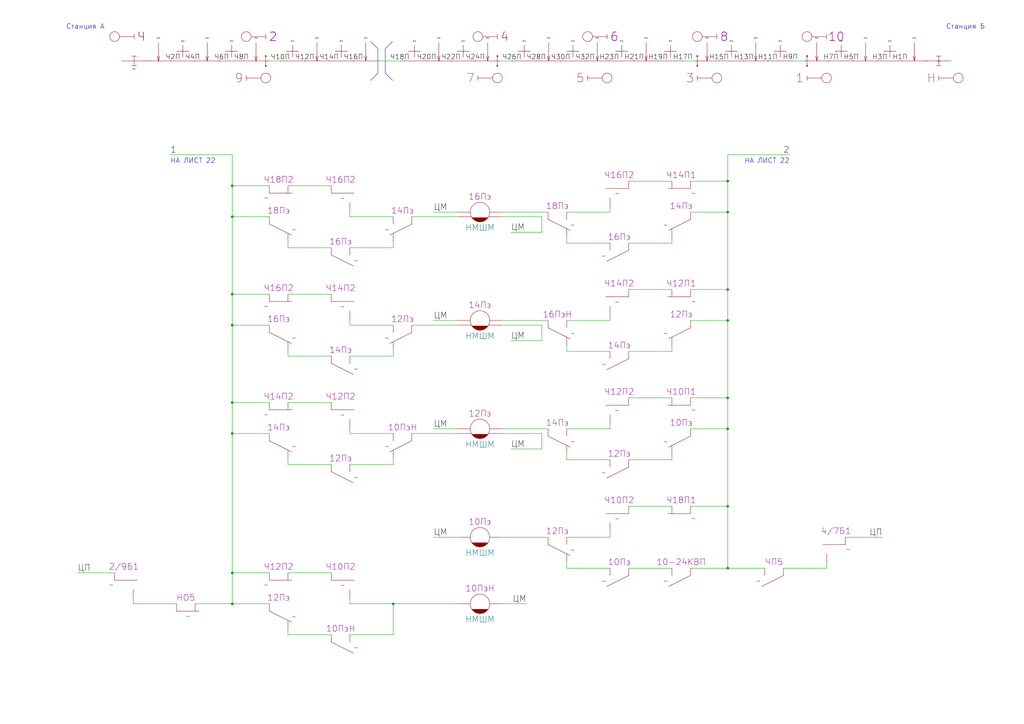
<source format=kicad_sch>
(kicad_sch (version 20250114) (generator "eeschema") (generator_version "9.0")
  (paper "A3")
  (title_block (title "Станция А") (company "МКТ РУТ (МИИТ)") (comment 1 "КП 27.02.03.03.000 ГЧ") (comment 2 "Сафранович") (comment 3 "Бузунова"))
  (lib_symbols
    (symbol "SCB:Изостык" (pin_numbers (hide yes)) (pin_names (offset 0) (hide yes))
      (symbol "Изостык_1_1"
        (unit_name "Одиночный")
        (pin unspecified line (at 0 0 90) (length 0) (name "привязка") (number ""))
      )
      (symbol "Изостык_2_1"
        (unit_name "Со светофором")
        (pin unspecified line (at -5 0 0) (length 0) (name "привязка") (number ""))
        (pin unspecified line (at 5 0 180) (length 0) (name "") (number ""))
      )
    )
    (symbol "SCB:Светофор" (pin_numbers (hide yes)) (pin_names (offset 0) (hide yes))
      (property "Литера" "?" (at 3 0 0))
    )
    (symbol "SCB:УКСПС" (pin_numbers (hide yes)) (pin_names (offset 0) (hide yes))
      (property "Литера" "?УКСПС" (at 0 6 0))
      (symbol "УКСПС_1_1"
        (unit_name "Без направления")
        (pin unspecified line (at 0 0 90) (length 0) (name "привязка") (number ""))
      )
      (symbol "УКСПС_2_1"
        (unit_name "С направлением")
        (pin unspecified line (at 0 0 90) (length 0) (name "привязка") (number ""))
      )
    )
    (symbol "SCB_Legacy:Контакт_нейтрального_якоря_НЗ_бн" (pin_numbers (hide yes)) (pin_names (hide yes))
      (property "Обозначение реле" "Н" (at 0 2.54 0))
      (symbol "Контакт_нейтрального_якоря_НЗ_бн_0_1"
        (pin bidirectional line (at -3.81 0 270) (length 3) (name "") (number "1"))
      )
      (symbol "Контакт_нейтрального_якоря_НЗ_бн_1_1"
        (unit_name "Фронтовой-Тыловой")
        (pin bidirectional line (at 3.81 0 270) (length 3) (name "") (number "2"))
        (pin bidirectional line (at 3.81 -10.16 90) (length 3.3) (name "") (number "3"))
      )
      (symbol "Контакт_нейтрального_якоря_НЗ_бн_2_1"
        (unit_name "Тыловой")
        (pin bidirectional line (at 3.81 -10.16 90) (length 3.3) (name "") (number "3"))
      )
      (symbol "Контакт_нейтрального_якоря_НЗ_бн_3_1"
        (unit_name "Фронтовой")
        (pin bidirectional line (at 3.81 0 270) (length 3) (name "") (number "2"))
      )
      (symbol "Контакт_нейтрального_якоря_НЗ_бн_4_1"
        (unit_name "Усиленный перелючающий")
        (pin bidirectional line (at -3.81 0 270) (length 3) (name "") (number "1"))
        (pin bidirectional line (at 8.89 0 180) (length 2) (name "") (number "2"))
        (pin bidirectional line (at 8.89 -10.16 180) (length 2) (name "") (number "3"))
      )
      (symbol "Контакт_нейтрального_якоря_НЗ_бн_5_1"
        (unit_name "Усиленный замыкающий")
        (pin bidirectional line (at 8.89 0 180) (length 2) (name "") (number "2"))
      )
      (symbol "Контакт_нейтрального_якоря_НЗ_бн_6_1"
        (unit_name "Усиленный размыкающий")
        (pin bidirectional line (at 8.89 -10.16 180) (length 2) (name "") (number "3"))
      )
      (symbol "Контакт_нейтрального_якоря_НЗ_бн_7_1"
        (unit_name "С магнитным гашением")
        (pin bidirectional line (at 3.81 -10.16 90) (length 3.3) (name "") (number "3"))
        (pin bidirectional line (at 12.7 0 180) (length 2) (name "") (number "2"))
      )
      (symbol "Контакт_нейтрального_якоря_НЗ_бн_8_1"
        (unit_name "С безобрывным переключением")
        (pin bidirectional line (at 3.81 0 270) (length 3) (name "") (number "2"))
        (pin bidirectional line (at 3.81 -10.16 90) (length 3.3) (name "") (number "3"))
      )
    )
    (symbol "SCB_Legacy:Контакт_нейтрального_якоря_бн" (pin_numbers (hide yes)) (pin_names (hide yes))
      (property "Обозначение реле" "Н" (at 0 2.54 0))
      (symbol "Контакт_нейтрального_якоря_бн_0_1"
        (pin bidirectional line (at -3.81 0 270) (length 3) (name "") (number "1"))
      )
      (symbol "Контакт_нейтрального_якоря_бн_1_1"
        (unit_name "Фронтовой-Тыловой")
        (pin bidirectional line (at 3.81 0 270) (length 3) (name "") (number "2"))
        (pin bidirectional line (at 3.81 -10.16 90) (length 3.3) (name "") (number "3"))
      )
      (symbol "Контакт_нейтрального_якоря_бн_2_1"
        (unit_name "Тыловой")
        (pin bidirectional line (at 3.81 -10.16 90) (length 3.3) (name "") (number "3"))
      )
      (symbol "Контакт_нейтрального_якоря_бн_3_1"
        (unit_name "Фронтовой")
        (pin bidirectional line (at 3.81 0 270) (length 3) (name "") (number "2"))
      )
      (symbol "Контакт_нейтрального_якоря_бн_4_1"
        (unit_name "Усиленный перелючающий")
        (pin bidirectional line (at -3.81 0 270) (length 3) (name "") (number "1"))
        (pin bidirectional line (at 8.89 0 180) (length 2) (name "") (number "2"))
        (pin bidirectional line (at 8.89 -10.16 180) (length 2) (name "") (number "3"))
      )
      (symbol "Контакт_нейтрального_якоря_бн_5_1"
        (unit_name "Усиленный замыкающий")
        (pin bidirectional line (at 8.89 0 180) (length 2) (name "") (number "2"))
      )
      (symbol "Контакт_нейтрального_якоря_бн_6_1"
        (unit_name "Усиленный размыкающий")
        (pin bidirectional line (at 8.89 -10.16 180) (length 2) (name "") (number "3"))
      )
      (symbol "Контакт_нейтрального_якоря_бн_7_1"
        (unit_name "С магнитным гашением")
        (pin bidirectional line (at 3.81 -10.16 90) (length 3.3) (name "") (number "3"))
        (pin bidirectional line (at 12.7 0 180) (length 2) (name "") (number "2"))
      )
      (symbol "Контакт_нейтрального_якоря_бн_8_1"
        (unit_name "С безобрывным переключением")
        (pin bidirectional line (at 3.81 0 270) (length 3) (name "") (number "2"))
        (pin bidirectional line (at 3.81 -10.16 90) (length 3.3) (name "") (number "3"))
      )
      (symbol "Контакт_нейтрального_якоря_бн_9_1"
        (unit_name "Фронтовой-тыловой термолемента")
        (pin bidirectional line (at 3.81 0 270) (length 3) (name "") (number "2"))
        (pin bidirectional line (at 3.81 -10.16 90) (length 3.3) (name "") (number "3"))
      )
      (symbol "Контакт_нейтрального_якоря_бн_10_1"
        (unit_name "Тыловой термолемента")
        (pin bidirectional line (at 3.81 -10.16 90) (length 3.3) (name "") (number "3"))
      )
      (symbol "Контакт_нейтрального_якоря_бн_11_1"
        (unit_name "Фронтовой термолемента")
        (pin bidirectional line (at 3.81 0 270) (length 3) (name "") (number "2"))
      )
    )
    (symbol "SCB_Relay:Нейтральное_с_замедлением_на_отпуск" (pin_numbers (hide yes)) (pin_names (offset 0.002) (hide yes))
      (property "Value" "НМШМ" (at 0 -6.35 0))
      (property "Обозначение реле" "Н" (at 0 6.35 0))
      (symbol "Нейтральное_с_замедлением_на_отпуск_1_1"
        (unit_name "Общее")
        (pin power_in line (at -8.89 0 0) (length 4.8) (name "") (number "1"))
        (pin power_in line (at 8.89 0 180) (length 4.8) (name "") (number "4"))
      )
      (symbol "Нейтральное_с_замедлением_на_отпуск_2_1"
        (unit_name "С раздельными")
        (pin power_in line (at -8.89 0 0) (length 4.8) (name "") (number "1"))
        (pin power_in line (at -8.89 -1.905 0) (length 5.3) (name "") (number "2"))
        (pin power_in line (at 8.89 0 180) (length 4.8) (name "") (number "3"))
        (pin power_in line (at 8.89 -1.905 180) (length 5.3) (name "") (number "4"))
      )
    )
    (symbol "SCB_АБТЦ:Генератор_Нитки"
      (symbol "Генератор_Нитки_1_1"
        (pin unspecified line (at -5 0 0) (length 0) (name "") (number ""))
        (pin unspecified line (at 5 0 180) (length 0) (name "") (number ""))
      )
    )
    (symbol "SCB_АБТЦ:Приемник_Нитки"
      (symbol "Приемник_Нитки_1_1"
        (pin unspecified line (at -5 0 0) (length 0) (name "") (number ""))
        (pin unspecified line (at 5 0 180) (length 0) (name "") (number ""))
      )
    )
    (symbol "Контакт_нейтрального_якоря_НЗ_бн_1" (pin_numbers (hide yes)) (pin_names (hide yes))
      (property "Обозначение реле" "Н" (at 0 2.54 0))
      (symbol "Контакт_нейтрального_якоря_НЗ_бн_1_0_1"
        (pin bidirectional line (at -3.81 0 270) (length 3) (name "") (number "1"))
      )
      (symbol "Контакт_нейтрального_якоря_НЗ_бн_1_1_1"
        (unit_name "Фронтовой-Тыловой")
        (pin bidirectional line (at 3.81 0 270) (length 3) (name "") (number "2"))
        (pin bidirectional line (at 3.81 -10.16 90) (length 3.3) (name "") (number "3"))
      )
      (symbol "Контакт_нейтрального_якоря_НЗ_бн_1_2_1"
        (unit_name "Тыловой")
        (pin bidirectional line (at 3.81 -10.16 90) (length 3.3) (name "") (number "3"))
      )
      (symbol "Контакт_нейтрального_якоря_НЗ_бн_1_3_1"
        (unit_name "Фронтовой")
        (pin bidirectional line (at 3.81 0 270) (length 3) (name "") (number "2"))
      )
      (symbol "Контакт_нейтрального_якоря_НЗ_бн_1_4_1"
        (unit_name "Усиленный перелючающий")
        (pin bidirectional line (at -3.81 0 270) (length 3) (name "") (number "1"))
        (pin bidirectional line (at 8.89 0 180) (length 2) (name "") (number "2"))
        (pin bidirectional line (at 8.89 -10.16 180) (length 2) (name "") (number "3"))
      )
      (symbol "Контакт_нейтрального_якоря_НЗ_бн_1_5_1"
        (unit_name "Усиленный замыкающий")
        (pin bidirectional line (at 8.89 0 180) (length 2) (name "") (number "2"))
      )
      (symbol "Контакт_нейтрального_якоря_НЗ_бн_1_6_1"
        (unit_name "Усиленный размыкающий")
        (pin bidirectional line (at 8.89 -10.16 180) (length 2) (name "") (number "3"))
      )
      (symbol "Контакт_нейтрального_якоря_НЗ_бн_1_7_1"
        (unit_name "С магнитным гашением")
        (pin bidirectional line (at 3.81 -10.16 90) (length 3.3) (name "") (number "3"))
        (pin bidirectional line (at 12.7 0 180) (length 2) (name "") (number "2"))
      )
      (symbol "Контакт_нейтрального_якоря_НЗ_бн_1_8_1"
        (unit_name "С безобрывным переключением")
        (pin bidirectional line (at 3.81 0 270) (length 3) (name "") (number "2"))
        (pin bidirectional line (at 3.81 -10.16 90) (length 3.3) (name "") (number "3"))
      )
    )
    (symbol "Контакт_нейтрального_якоря_НЗ_бн_10" (pin_numbers (hide yes)) (pin_names (hide yes))
      (property "Обозначение реле" "Н" (at 0 2.54 0))
      (symbol "Контакт_нейтрального_якоря_НЗ_бн_10_0_1"
        (pin bidirectional line (at -3.81 0 270) (length 3) (name "") (number "1"))
      )
      (symbol "Контакт_нейтрального_якоря_НЗ_бн_10_1_1"
        (unit_name "Фронтовой-Тыловой")
        (pin bidirectional line (at 3.81 0 270) (length 3) (name "") (number "2"))
        (pin bidirectional line (at 3.81 -10.16 90) (length 3.3) (name "") (number "3"))
      )
      (symbol "Контакт_нейтрального_якоря_НЗ_бн_10_2_1"
        (unit_name "Тыловой")
        (pin bidirectional line (at 3.81 -10.16 90) (length 3.3) (name "") (number "3"))
      )
      (symbol "Контакт_нейтрального_якоря_НЗ_бн_10_3_1"
        (unit_name "Фронтовой")
        (pin bidirectional line (at 3.81 0 270) (length 3) (name "") (number "2"))
      )
      (symbol "Контакт_нейтрального_якоря_НЗ_бн_10_4_1"
        (unit_name "Усиленный перелючающий")
        (pin bidirectional line (at -3.81 0 270) (length 3) (name "") (number "1"))
        (pin bidirectional line (at 8.89 0 180) (length 2) (name "") (number "2"))
        (pin bidirectional line (at 8.89 -10.16 180) (length 2) (name "") (number "3"))
      )
      (symbol "Контакт_нейтрального_якоря_НЗ_бн_10_5_1"
        (unit_name "Усиленный замыкающий")
        (pin bidirectional line (at 8.89 0 180) (length 2) (name "") (number "2"))
      )
      (symbol "Контакт_нейтрального_якоря_НЗ_бн_10_6_1"
        (unit_name "Усиленный размыкающий")
        (pin bidirectional line (at 8.89 -10.16 180) (length 2) (name "") (number "3"))
      )
      (symbol "Контакт_нейтрального_якоря_НЗ_бн_10_7_1"
        (unit_name "С магнитным гашением")
        (pin bidirectional line (at 3.81 -10.16 90) (length 3.3) (name "") (number "3"))
        (pin bidirectional line (at 12.7 0 180) (length 2) (name "") (number "2"))
      )
      (symbol "Контакт_нейтрального_якоря_НЗ_бн_10_8_1"
        (unit_name "С безобрывным переключением")
        (pin bidirectional line (at 3.81 0 270) (length 3) (name "") (number "2"))
        (pin bidirectional line (at 3.81 -10.16 90) (length 3.3) (name "") (number "3"))
      )
    )
    (symbol "Контакт_нейтрального_якоря_НЗ_бн_11" (pin_numbers (hide yes)) (pin_names (hide yes))
      (property "Обозначение реле" "Н" (at 0 2.54 0))
      (symbol "Контакт_нейтрального_якоря_НЗ_бн_11_0_1"
        (pin bidirectional line (at -3.81 0 270) (length 3) (name "") (number "1"))
      )
      (symbol "Контакт_нейтрального_якоря_НЗ_бн_11_1_1"
        (unit_name "Фронтовой-Тыловой")
        (pin bidirectional line (at 3.81 0 270) (length 3) (name "") (number "2"))
        (pin bidirectional line (at 3.81 -10.16 90) (length 3.3) (name "") (number "3"))
      )
      (symbol "Контакт_нейтрального_якоря_НЗ_бн_11_2_1"
        (unit_name "Тыловой")
        (pin bidirectional line (at 3.81 -10.16 90) (length 3.3) (name "") (number "3"))
      )
      (symbol "Контакт_нейтрального_якоря_НЗ_бн_11_3_1"
        (unit_name "Фронтовой")
        (pin bidirectional line (at 3.81 0 270) (length 3) (name "") (number "2"))
      )
      (symbol "Контакт_нейтрального_якоря_НЗ_бн_11_4_1"
        (unit_name "Усиленный перелючающий")
        (pin bidirectional line (at -3.81 0 270) (length 3) (name "") (number "1"))
        (pin bidirectional line (at 8.89 0 180) (length 2) (name "") (number "2"))
        (pin bidirectional line (at 8.89 -10.16 180) (length 2) (name "") (number "3"))
      )
      (symbol "Контакт_нейтрального_якоря_НЗ_бн_11_5_1"
        (unit_name "Усиленный замыкающий")
        (pin bidirectional line (at 8.89 0 180) (length 2) (name "") (number "2"))
      )
      (symbol "Контакт_нейтрального_якоря_НЗ_бн_11_6_1"
        (unit_name "Усиленный размыкающий")
        (pin bidirectional line (at 8.89 -10.16 180) (length 2) (name "") (number "3"))
      )
      (symbol "Контакт_нейтрального_якоря_НЗ_бн_11_7_1"
        (unit_name "С магнитным гашением")
        (pin bidirectional line (at 3.81 -10.16 90) (length 3.3) (name "") (number "3"))
        (pin bidirectional line (at 12.7 0 180) (length 2) (name "") (number "2"))
      )
      (symbol "Контакт_нейтрального_якоря_НЗ_бн_11_8_1"
        (unit_name "С безобрывным переключением")
        (pin bidirectional line (at 3.81 0 270) (length 3) (name "") (number "2"))
        (pin bidirectional line (at 3.81 -10.16 90) (length 3.3) (name "") (number "3"))
      )
    )
    (symbol "Контакт_нейтрального_якоря_НЗ_бн_12" (pin_numbers (hide yes)) (pin_names (hide yes))
      (property "Обозначение реле" "Н" (at 0 2.54 0))
      (symbol "Контакт_нейтрального_якоря_НЗ_бн_12_0_1"
        (pin bidirectional line (at -3.81 0 270) (length 3) (name "") (number "1"))
      )
      (symbol "Контакт_нейтрального_якоря_НЗ_бн_12_1_1"
        (unit_name "Фронтовой-Тыловой")
        (pin bidirectional line (at 3.81 0 270) (length 3) (name "") (number "2"))
        (pin bidirectional line (at 3.81 -10.16 90) (length 3.3) (name "") (number "3"))
      )
      (symbol "Контакт_нейтрального_якоря_НЗ_бн_12_2_1"
        (unit_name "Тыловой")
        (pin bidirectional line (at 3.81 -10.16 90) (length 3.3) (name "") (number "3"))
      )
      (symbol "Контакт_нейтрального_якоря_НЗ_бн_12_3_1"
        (unit_name "Фронтовой")
        (pin bidirectional line (at 3.81 0 270) (length 3) (name "") (number "2"))
      )
      (symbol "Контакт_нейтрального_якоря_НЗ_бн_12_4_1"
        (unit_name "Усиленный перелючающий")
        (pin bidirectional line (at -3.81 0 270) (length 3) (name "") (number "1"))
        (pin bidirectional line (at 8.89 0 180) (length 2) (name "") (number "2"))
        (pin bidirectional line (at 8.89 -10.16 180) (length 2) (name "") (number "3"))
      )
      (symbol "Контакт_нейтрального_якоря_НЗ_бн_12_5_1"
        (unit_name "Усиленный замыкающий")
        (pin bidirectional line (at 8.89 0 180) (length 2) (name "") (number "2"))
      )
      (symbol "Контакт_нейтрального_якоря_НЗ_бн_12_6_1"
        (unit_name "Усиленный размыкающий")
        (pin bidirectional line (at 8.89 -10.16 180) (length 2) (name "") (number "3"))
      )
      (symbol "Контакт_нейтрального_якоря_НЗ_бн_12_7_1"
        (unit_name "С магнитным гашением")
        (pin bidirectional line (at 3.81 -10.16 90) (length 3.3) (name "") (number "3"))
        (pin bidirectional line (at 12.7 0 180) (length 2) (name "") (number "2"))
      )
      (symbol "Контакт_нейтрального_якоря_НЗ_бн_12_8_1"
        (unit_name "С безобрывным переключением")
        (pin bidirectional line (at 3.81 0 270) (length 3) (name "") (number "2"))
        (pin bidirectional line (at 3.81 -10.16 90) (length 3.3) (name "") (number "3"))
      )
    )
    (symbol "Контакт_нейтрального_якоря_НЗ_бн_13" (pin_numbers (hide yes)) (pin_names (hide yes))
      (property "Обозначение реле" "Н" (at 0 2.54 0))
      (symbol "Контакт_нейтрального_якоря_НЗ_бн_13_0_1"
        (pin bidirectional line (at -3.81 0 270) (length 3) (name "") (number "1"))
      )
      (symbol "Контакт_нейтрального_якоря_НЗ_бн_13_1_1"
        (unit_name "Фронтовой-Тыловой")
        (pin bidirectional line (at 3.81 0 270) (length 3) (name "") (number "2"))
        (pin bidirectional line (at 3.81 -10.16 90) (length 3.3) (name "") (number "3"))
      )
      (symbol "Контакт_нейтрального_якоря_НЗ_бн_13_2_1"
        (unit_name "Тыловой")
        (pin bidirectional line (at 3.81 -10.16 90) (length 3.3) (name "") (number "3"))
      )
      (symbol "Контакт_нейтрального_якоря_НЗ_бн_13_3_1"
        (unit_name "Фронтовой")
        (pin bidirectional line (at 3.81 0 270) (length 3) (name "") (number "2"))
      )
      (symbol "Контакт_нейтрального_якоря_НЗ_бн_13_4_1"
        (unit_name "Усиленный перелючающий")
        (pin bidirectional line (at -3.81 0 270) (length 3) (name "") (number "1"))
        (pin bidirectional line (at 8.89 0 180) (length 2) (name "") (number "2"))
        (pin bidirectional line (at 8.89 -10.16 180) (length 2) (name "") (number "3"))
      )
      (symbol "Контакт_нейтрального_якоря_НЗ_бн_13_5_1"
        (unit_name "Усиленный замыкающий")
        (pin bidirectional line (at 8.89 0 180) (length 2) (name "") (number "2"))
      )
      (symbol "Контакт_нейтрального_якоря_НЗ_бн_13_6_1"
        (unit_name "Усиленный размыкающий")
        (pin bidirectional line (at 8.89 -10.16 180) (length 2) (name "") (number "3"))
      )
      (symbol "Контакт_нейтрального_якоря_НЗ_бн_13_7_1"
        (unit_name "С магнитным гашением")
        (pin bidirectional line (at 3.81 -10.16 90) (length 3.3) (name "") (number "3"))
        (pin bidirectional line (at 12.7 0 180) (length 2) (name "") (number "2"))
      )
      (symbol "Контакт_нейтрального_якоря_НЗ_бн_13_8_1"
        (unit_name "С безобрывным переключением")
        (pin bidirectional line (at 3.81 0 270) (length 3) (name "") (number "2"))
        (pin bidirectional line (at 3.81 -10.16 90) (length 3.3) (name "") (number "3"))
      )
    )
    (symbol "Контакт_нейтрального_якоря_НЗ_бн_14" (pin_numbers (hide yes)) (pin_names (hide yes))
      (property "Обозначение реле" "Н" (at 0 2.54 0))
      (symbol "Контакт_нейтрального_якоря_НЗ_бн_14_0_1"
        (pin bidirectional line (at -3.81 0 270) (length 3) (name "") (number "1"))
      )
      (symbol "Контакт_нейтрального_якоря_НЗ_бн_14_1_1"
        (unit_name "Фронтовой-Тыловой")
        (pin bidirectional line (at 3.81 0 270) (length 3) (name "") (number "2"))
        (pin bidirectional line (at 3.81 -10.16 90) (length 3.3) (name "") (number "3"))
      )
      (symbol "Контакт_нейтрального_якоря_НЗ_бн_14_2_1"
        (unit_name "Тыловой")
        (pin bidirectional line (at 3.81 -10.16 90) (length 3.3) (name "") (number "3"))
      )
      (symbol "Контакт_нейтрального_якоря_НЗ_бн_14_3_1"
        (unit_name "Фронтовой")
        (pin bidirectional line (at 3.81 0 270) (length 3) (name "") (number "2"))
      )
      (symbol "Контакт_нейтрального_якоря_НЗ_бн_14_4_1"
        (unit_name "Усиленный перелючающий")
        (pin bidirectional line (at -3.81 0 270) (length 3) (name "") (number "1"))
        (pin bidirectional line (at 8.89 0 180) (length 2) (name "") (number "2"))
        (pin bidirectional line (at 8.89 -10.16 180) (length 2) (name "") (number "3"))
      )
      (symbol "Контакт_нейтрального_якоря_НЗ_бн_14_5_1"
        (unit_name "Усиленный замыкающий")
        (pin bidirectional line (at 8.89 0 180) (length 2) (name "") (number "2"))
      )
      (symbol "Контакт_нейтрального_якоря_НЗ_бн_14_6_1"
        (unit_name "Усиленный размыкающий")
        (pin bidirectional line (at 8.89 -10.16 180) (length 2) (name "") (number "3"))
      )
      (symbol "Контакт_нейтрального_якоря_НЗ_бн_14_7_1"
        (unit_name "С магнитным гашением")
        (pin bidirectional line (at 3.81 -10.16 90) (length 3.3) (name "") (number "3"))
        (pin bidirectional line (at 12.7 0 180) (length 2) (name "") (number "2"))
      )
      (symbol "Контакт_нейтрального_якоря_НЗ_бн_14_8_1"
        (unit_name "С безобрывным переключением")
        (pin bidirectional line (at 3.81 0 270) (length 3) (name "") (number "2"))
        (pin bidirectional line (at 3.81 -10.16 90) (length 3.3) (name "") (number "3"))
      )
    )
    (symbol "Контакт_нейтрального_якоря_НЗ_бн_15" (pin_numbers (hide yes)) (pin_names (hide yes))
      (property "Обозначение реле" "Н" (at 0 2.54 0))
      (symbol "Контакт_нейтрального_якоря_НЗ_бн_15_0_1"
        (pin bidirectional line (at -3.81 0 270) (length 3) (name "") (number "1"))
      )
      (symbol "Контакт_нейтрального_якоря_НЗ_бн_15_1_1"
        (unit_name "Фронтовой-Тыловой")
        (pin bidirectional line (at 3.81 0 270) (length 3) (name "") (number "2"))
        (pin bidirectional line (at 3.81 -10.16 90) (length 3.3) (name "") (number "3"))
      )
      (symbol "Контакт_нейтрального_якоря_НЗ_бн_15_2_1"
        (unit_name "Тыловой")
        (pin bidirectional line (at 3.81 -10.16 90) (length 3.3) (name "") (number "3"))
      )
      (symbol "Контакт_нейтрального_якоря_НЗ_бн_15_3_1"
        (unit_name "Фронтовой")
        (pin bidirectional line (at 3.81 0 270) (length 3) (name "") (number "2"))
      )
      (symbol "Контакт_нейтрального_якоря_НЗ_бн_15_4_1"
        (unit_name "Усиленный перелючающий")
        (pin bidirectional line (at -3.81 0 270) (length 3) (name "") (number "1"))
        (pin bidirectional line (at 8.89 0 180) (length 2) (name "") (number "2"))
        (pin bidirectional line (at 8.89 -10.16 180) (length 2) (name "") (number "3"))
      )
      (symbol "Контакт_нейтрального_якоря_НЗ_бн_15_5_1"
        (unit_name "Усиленный замыкающий")
        (pin bidirectional line (at 8.89 0 180) (length 2) (name "") (number "2"))
      )
      (symbol "Контакт_нейтрального_якоря_НЗ_бн_15_6_1"
        (unit_name "Усиленный размыкающий")
        (pin bidirectional line (at 8.89 -10.16 180) (length 2) (name "") (number "3"))
      )
      (symbol "Контакт_нейтрального_якоря_НЗ_бн_15_7_1"
        (unit_name "С магнитным гашением")
        (pin bidirectional line (at 3.81 -10.16 90) (length 3.3) (name "") (number "3"))
        (pin bidirectional line (at 12.7 0 180) (length 2) (name "") (number "2"))
      )
      (symbol "Контакт_нейтрального_якоря_НЗ_бн_15_8_1"
        (unit_name "С безобрывным переключением")
        (pin bidirectional line (at 3.81 0 270) (length 3) (name "") (number "2"))
        (pin bidirectional line (at 3.81 -10.16 90) (length 3.3) (name "") (number "3"))
      )
    )
    (symbol "Контакт_нейтрального_якоря_НЗ_бн_16" (pin_numbers (hide yes)) (pin_names (hide yes))
      (property "Обозначение реле" "Н" (at 0 2.54 0))
      (symbol "Контакт_нейтрального_якоря_НЗ_бн_16_0_1"
        (pin bidirectional line (at -3.81 0 270) (length 3) (name "") (number "1"))
      )
      (symbol "Контакт_нейтрального_якоря_НЗ_бн_16_1_1"
        (unit_name "Фронтовой-Тыловой")
        (pin bidirectional line (at 3.81 0 270) (length 3) (name "") (number "2"))
        (pin bidirectional line (at 3.81 -10.16 90) (length 3.3) (name "") (number "3"))
      )
      (symbol "Контакт_нейтрального_якоря_НЗ_бн_16_2_1"
        (unit_name "Тыловой")
        (pin bidirectional line (at 3.81 -10.16 90) (length 3.3) (name "") (number "3"))
      )
      (symbol "Контакт_нейтрального_якоря_НЗ_бн_16_3_1"
        (unit_name "Фронтовой")
        (pin bidirectional line (at 3.81 0 270) (length 3) (name "") (number "2"))
      )
      (symbol "Контакт_нейтрального_якоря_НЗ_бн_16_4_1"
        (unit_name "Усиленный перелючающий")
        (pin bidirectional line (at -3.81 0 270) (length 3) (name "") (number "1"))
        (pin bidirectional line (at 8.89 0 180) (length 2) (name "") (number "2"))
        (pin bidirectional line (at 8.89 -10.16 180) (length 2) (name "") (number "3"))
      )
      (symbol "Контакт_нейтрального_якоря_НЗ_бн_16_5_1"
        (unit_name "Усиленный замыкающий")
        (pin bidirectional line (at 8.89 0 180) (length 2) (name "") (number "2"))
      )
      (symbol "Контакт_нейтрального_якоря_НЗ_бн_16_6_1"
        (unit_name "Усиленный размыкающий")
        (pin bidirectional line (at 8.89 -10.16 180) (length 2) (name "") (number "3"))
      )
      (symbol "Контакт_нейтрального_якоря_НЗ_бн_16_7_1"
        (unit_name "С магнитным гашением")
        (pin bidirectional line (at 3.81 -10.16 90) (length 3.3) (name "") (number "3"))
        (pin bidirectional line (at 12.7 0 180) (length 2) (name "") (number "2"))
      )
      (symbol "Контакт_нейтрального_якоря_НЗ_бн_16_8_1"
        (unit_name "С безобрывным переключением")
        (pin bidirectional line (at 3.81 0 270) (length 3) (name "") (number "2"))
        (pin bidirectional line (at 3.81 -10.16 90) (length 3.3) (name "") (number "3"))
      )
    )
    (symbol "Контакт_нейтрального_якоря_НЗ_бн_17" (pin_numbers (hide yes)) (pin_names (hide yes))
      (property "Обозначение реле" "Н" (at 0 2.54 0))
      (symbol "Контакт_нейтрального_якоря_НЗ_бн_17_0_1"
        (pin bidirectional line (at -3.81 0 270) (length 3) (name "") (number "1"))
      )
      (symbol "Контакт_нейтрального_якоря_НЗ_бн_17_1_1"
        (unit_name "Фронтовой-Тыловой")
        (pin bidirectional line (at 3.81 0 270) (length 3) (name "") (number "2"))
        (pin bidirectional line (at 3.81 -10.16 90) (length 3.3) (name "") (number "3"))
      )
      (symbol "Контакт_нейтрального_якоря_НЗ_бн_17_2_1"
        (unit_name "Тыловой")
        (pin bidirectional line (at 3.81 -10.16 90) (length 3.3) (name "") (number "3"))
      )
      (symbol "Контакт_нейтрального_якоря_НЗ_бн_17_3_1"
        (unit_name "Фронтовой")
        (pin bidirectional line (at 3.81 0 270) (length 3) (name "") (number "2"))
      )
      (symbol "Контакт_нейтрального_якоря_НЗ_бн_17_4_1"
        (unit_name "Усиленный перелючающий")
        (pin bidirectional line (at -3.81 0 270) (length 3) (name "") (number "1"))
        (pin bidirectional line (at 8.89 0 180) (length 2) (name "") (number "2"))
        (pin bidirectional line (at 8.89 -10.16 180) (length 2) (name "") (number "3"))
      )
      (symbol "Контакт_нейтрального_якоря_НЗ_бн_17_5_1"
        (unit_name "Усиленный замыкающий")
        (pin bidirectional line (at 8.89 0 180) (length 2) (name "") (number "2"))
      )
      (symbol "Контакт_нейтрального_якоря_НЗ_бн_17_6_1"
        (unit_name "Усиленный размыкающий")
        (pin bidirectional line (at 8.89 -10.16 180) (length 2) (name "") (number "3"))
      )
      (symbol "Контакт_нейтрального_якоря_НЗ_бн_17_7_1"
        (unit_name "С магнитным гашением")
        (pin bidirectional line (at 3.81 -10.16 90) (length 3.3) (name "") (number "3"))
        (pin bidirectional line (at 12.7 0 180) (length 2) (name "") (number "2"))
      )
      (symbol "Контакт_нейтрального_якоря_НЗ_бн_17_8_1"
        (unit_name "С безобрывным переключением")
        (pin bidirectional line (at 3.81 0 270) (length 3) (name "") (number "2"))
        (pin bidirectional line (at 3.81 -10.16 90) (length 3.3) (name "") (number "3"))
      )
    )
    (symbol "Контакт_нейтрального_якоря_НЗ_бн_18" (pin_numbers (hide yes)) (pin_names (hide yes))
      (property "Обозначение реле" "Н" (at 0 2.54 0))
      (symbol "Контакт_нейтрального_якоря_НЗ_бн_18_0_1"
        (pin bidirectional line (at -3.81 0 270) (length 3) (name "") (number "1"))
      )
      (symbol "Контакт_нейтрального_якоря_НЗ_бн_18_1_1"
        (unit_name "Фронтовой-Тыловой")
        (pin bidirectional line (at 3.81 0 270) (length 3) (name "") (number "2"))
        (pin bidirectional line (at 3.81 -10.16 90) (length 3.3) (name "") (number "3"))
      )
      (symbol "Контакт_нейтрального_якоря_НЗ_бн_18_2_1"
        (unit_name "Тыловой")
        (pin bidirectional line (at 3.81 -10.16 90) (length 3.3) (name "") (number "3"))
      )
      (symbol "Контакт_нейтрального_якоря_НЗ_бн_18_3_1"
        (unit_name "Фронтовой")
        (pin bidirectional line (at 3.81 0 270) (length 3) (name "") (number "2"))
      )
      (symbol "Контакт_нейтрального_якоря_НЗ_бн_18_4_1"
        (unit_name "Усиленный перелючающий")
        (pin bidirectional line (at -3.81 0 270) (length 3) (name "") (number "1"))
        (pin bidirectional line (at 8.89 0 180) (length 2) (name "") (number "2"))
        (pin bidirectional line (at 8.89 -10.16 180) (length 2) (name "") (number "3"))
      )
      (symbol "Контакт_нейтрального_якоря_НЗ_бн_18_5_1"
        (unit_name "Усиленный замыкающий")
        (pin bidirectional line (at 8.89 0 180) (length 2) (name "") (number "2"))
      )
      (symbol "Контакт_нейтрального_якоря_НЗ_бн_18_6_1"
        (unit_name "Усиленный размыкающий")
        (pin bidirectional line (at 8.89 -10.16 180) (length 2) (name "") (number "3"))
      )
      (symbol "Контакт_нейтрального_якоря_НЗ_бн_18_7_1"
        (unit_name "С магнитным гашением")
        (pin bidirectional line (at 3.81 -10.16 90) (length 3.3) (name "") (number "3"))
        (pin bidirectional line (at 12.7 0 180) (length 2) (name "") (number "2"))
      )
      (symbol "Контакт_нейтрального_якоря_НЗ_бн_18_8_1"
        (unit_name "С безобрывным переключением")
        (pin bidirectional line (at 3.81 0 270) (length 3) (name "") (number "2"))
        (pin bidirectional line (at 3.81 -10.16 90) (length 3.3) (name "") (number "3"))
      )
    )
    (symbol "Контакт_нейтрального_якоря_НЗ_бн_2" (pin_numbers (hide yes)) (pin_names (hide yes))
      (property "Обозначение реле" "Н" (at 0 2.54 0))
      (symbol "Контакт_нейтрального_якоря_НЗ_бн_2_0_1"
        (pin bidirectional line (at -3.81 0 270) (length 3) (name "") (number "1"))
      )
      (symbol "Контакт_нейтрального_якоря_НЗ_бн_2_1_1"
        (unit_name "Фронтовой-Тыловой")
        (pin bidirectional line (at 3.81 0 270) (length 3) (name "") (number "2"))
        (pin bidirectional line (at 3.81 -10.16 90) (length 3.3) (name "") (number "3"))
      )
      (symbol "Контакт_нейтрального_якоря_НЗ_бн_2_2_1"
        (unit_name "Тыловой")
        (pin bidirectional line (at 3.81 -10.16 90) (length 3.3) (name "") (number "3"))
      )
      (symbol "Контакт_нейтрального_якоря_НЗ_бн_2_3_1"
        (unit_name "Фронтовой")
        (pin bidirectional line (at 3.81 0 270) (length 3) (name "") (number "2"))
      )
      (symbol "Контакт_нейтрального_якоря_НЗ_бн_2_4_1"
        (unit_name "Усиленный перелючающий")
        (pin bidirectional line (at -3.81 0 270) (length 3) (name "") (number "1"))
        (pin bidirectional line (at 8.89 0 180) (length 2) (name "") (number "2"))
        (pin bidirectional line (at 8.89 -10.16 180) (length 2) (name "") (number "3"))
      )
      (symbol "Контакт_нейтрального_якоря_НЗ_бн_2_5_1"
        (unit_name "Усиленный замыкающий")
        (pin bidirectional line (at 8.89 0 180) (length 2) (name "") (number "2"))
      )
      (symbol "Контакт_нейтрального_якоря_НЗ_бн_2_6_1"
        (unit_name "Усиленный размыкающий")
        (pin bidirectional line (at 8.89 -10.16 180) (length 2) (name "") (number "3"))
      )
      (symbol "Контакт_нейтрального_якоря_НЗ_бн_2_7_1"
        (unit_name "С магнитным гашением")
        (pin bidirectional line (at 3.81 -10.16 90) (length 3.3) (name "") (number "3"))
        (pin bidirectional line (at 12.7 0 180) (length 2) (name "") (number "2"))
      )
      (symbol "Контакт_нейтрального_якоря_НЗ_бн_2_8_1"
        (unit_name "С безобрывным переключением")
        (pin bidirectional line (at 3.81 0 270) (length 3) (name "") (number "2"))
        (pin bidirectional line (at 3.81 -10.16 90) (length 3.3) (name "") (number "3"))
      )
    )
    (symbol "Контакт_нейтрального_якоря_НЗ_бн_3" (pin_numbers (hide yes)) (pin_names (hide yes))
      (property "Обозначение реле" "Н" (at 0 2.54 0))
      (symbol "Контакт_нейтрального_якоря_НЗ_бн_3_0_1"
        (pin bidirectional line (at -3.81 0 270) (length 3) (name "") (number "1"))
      )
      (symbol "Контакт_нейтрального_якоря_НЗ_бн_3_1_1"
        (unit_name "Фронтовой-Тыловой")
        (pin bidirectional line (at 3.81 0 270) (length 3) (name "") (number "2"))
        (pin bidirectional line (at 3.81 -10.16 90) (length 3.3) (name "") (number "3"))
      )
      (symbol "Контакт_нейтрального_якоря_НЗ_бн_3_2_1"
        (unit_name "Тыловой")
        (pin bidirectional line (at 3.81 -10.16 90) (length 3.3) (name "") (number "3"))
      )
      (symbol "Контакт_нейтрального_якоря_НЗ_бн_3_3_1"
        (unit_name "Фронтовой")
        (pin bidirectional line (at 3.81 0 270) (length 3) (name "") (number "2"))
      )
      (symbol "Контакт_нейтрального_якоря_НЗ_бн_3_4_1"
        (unit_name "Усиленный перелючающий")
        (pin bidirectional line (at -3.81 0 270) (length 3) (name "") (number "1"))
        (pin bidirectional line (at 8.89 0 180) (length 2) (name "") (number "2"))
        (pin bidirectional line (at 8.89 -10.16 180) (length 2) (name "") (number "3"))
      )
      (symbol "Контакт_нейтрального_якоря_НЗ_бн_3_5_1"
        (unit_name "Усиленный замыкающий")
        (pin bidirectional line (at 8.89 0 180) (length 2) (name "") (number "2"))
      )
      (symbol "Контакт_нейтрального_якоря_НЗ_бн_3_6_1"
        (unit_name "Усиленный размыкающий")
        (pin bidirectional line (at 8.89 -10.16 180) (length 2) (name "") (number "3"))
      )
      (symbol "Контакт_нейтрального_якоря_НЗ_бн_3_7_1"
        (unit_name "С магнитным гашением")
        (pin bidirectional line (at 3.81 -10.16 90) (length 3.3) (name "") (number "3"))
        (pin bidirectional line (at 12.7 0 180) (length 2) (name "") (number "2"))
      )
      (symbol "Контакт_нейтрального_якоря_НЗ_бн_3_8_1"
        (unit_name "С безобрывным переключением")
        (pin bidirectional line (at 3.81 0 270) (length 3) (name "") (number "2"))
        (pin bidirectional line (at 3.81 -10.16 90) (length 3.3) (name "") (number "3"))
      )
    )
    (symbol "Контакт_нейтрального_якоря_НЗ_бн_4" (pin_numbers (hide yes)) (pin_names (hide yes))
      (property "Обозначение реле" "Н" (at 0 2.54 0))
      (symbol "Контакт_нейтрального_якоря_НЗ_бн_4_0_1"
        (pin bidirectional line (at -3.81 0 270) (length 3) (name "") (number "1"))
      )
      (symbol "Контакт_нейтрального_якоря_НЗ_бн_4_1_1"
        (unit_name "Фронтовой-Тыловой")
        (pin bidirectional line (at 3.81 0 270) (length 3) (name "") (number "2"))
        (pin bidirectional line (at 3.81 -10.16 90) (length 3.3) (name "") (number "3"))
      )
      (symbol "Контакт_нейтрального_якоря_НЗ_бн_4_2_1"
        (unit_name "Тыловой")
        (pin bidirectional line (at 3.81 -10.16 90) (length 3.3) (name "") (number "3"))
      )
      (symbol "Контакт_нейтрального_якоря_НЗ_бн_4_3_1"
        (unit_name "Фронтовой")
        (pin bidirectional line (at 3.81 0 270) (length 3) (name "") (number "2"))
      )
      (symbol "Контакт_нейтрального_якоря_НЗ_бн_4_4_1"
        (unit_name "Усиленный перелючающий")
        (pin bidirectional line (at -3.81 0 270) (length 3) (name "") (number "1"))
        (pin bidirectional line (at 8.89 0 180) (length 2) (name "") (number "2"))
        (pin bidirectional line (at 8.89 -10.16 180) (length 2) (name "") (number "3"))
      )
      (symbol "Контакт_нейтрального_якоря_НЗ_бн_4_5_1"
        (unit_name "Усиленный замыкающий")
        (pin bidirectional line (at 8.89 0 180) (length 2) (name "") (number "2"))
      )
      (symbol "Контакт_нейтрального_якоря_НЗ_бн_4_6_1"
        (unit_name "Усиленный размыкающий")
        (pin bidirectional line (at 8.89 -10.16 180) (length 2) (name "") (number "3"))
      )
      (symbol "Контакт_нейтрального_якоря_НЗ_бн_4_7_1"
        (unit_name "С магнитным гашением")
        (pin bidirectional line (at 3.81 -10.16 90) (length 3.3) (name "") (number "3"))
        (pin bidirectional line (at 12.7 0 180) (length 2) (name "") (number "2"))
      )
      (symbol "Контакт_нейтрального_якоря_НЗ_бн_4_8_1"
        (unit_name "С безобрывным переключением")
        (pin bidirectional line (at 3.81 0 270) (length 3) (name "") (number "2"))
        (pin bidirectional line (at 3.81 -10.16 90) (length 3.3) (name "") (number "3"))
      )
    )
    (symbol "Контакт_нейтрального_якоря_НЗ_бн_5" (pin_numbers (hide yes)) (pin_names (hide yes))
      (property "Обозначение реле" "Н" (at 0 2.54 0))
      (symbol "Контакт_нейтрального_якоря_НЗ_бн_5_0_1"
        (pin bidirectional line (at -3.81 0 270) (length 3) (name "") (number "1"))
      )
      (symbol "Контакт_нейтрального_якоря_НЗ_бн_5_1_1"
        (unit_name "Фронтовой-Тыловой")
        (pin bidirectional line (at 3.81 0 270) (length 3) (name "") (number "2"))
        (pin bidirectional line (at 3.81 -10.16 90) (length 3.3) (name "") (number "3"))
      )
      (symbol "Контакт_нейтрального_якоря_НЗ_бн_5_2_1"
        (unit_name "Тыловой")
        (pin bidirectional line (at 3.81 -10.16 90) (length 3.3) (name "") (number "3"))
      )
      (symbol "Контакт_нейтрального_якоря_НЗ_бн_5_3_1"
        (unit_name "Фронтовой")
        (pin bidirectional line (at 3.81 0 270) (length 3) (name "") (number "2"))
      )
      (symbol "Контакт_нейтрального_якоря_НЗ_бн_5_4_1"
        (unit_name "Усиленный перелючающий")
        (pin bidirectional line (at -3.81 0 270) (length 3) (name "") (number "1"))
        (pin bidirectional line (at 8.89 0 180) (length 2) (name "") (number "2"))
        (pin bidirectional line (at 8.89 -10.16 180) (length 2) (name "") (number "3"))
      )
      (symbol "Контакт_нейтрального_якоря_НЗ_бн_5_5_1"
        (unit_name "Усиленный замыкающий")
        (pin bidirectional line (at 8.89 0 180) (length 2) (name "") (number "2"))
      )
      (symbol "Контакт_нейтрального_якоря_НЗ_бн_5_6_1"
        (unit_name "Усиленный размыкающий")
        (pin bidirectional line (at 8.89 -10.16 180) (length 2) (name "") (number "3"))
      )
      (symbol "Контакт_нейтрального_якоря_НЗ_бн_5_7_1"
        (unit_name "С магнитным гашением")
        (pin bidirectional line (at 3.81 -10.16 90) (length 3.3) (name "") (number "3"))
        (pin bidirectional line (at 12.7 0 180) (length 2) (name "") (number "2"))
      )
      (symbol "Контакт_нейтрального_якоря_НЗ_бн_5_8_1"
        (unit_name "С безобрывным переключением")
        (pin bidirectional line (at 3.81 0 270) (length 3) (name "") (number "2"))
        (pin bidirectional line (at 3.81 -10.16 90) (length 3.3) (name "") (number "3"))
      )
    )
    (symbol "Контакт_нейтрального_якоря_НЗ_бн_6" (pin_numbers (hide yes)) (pin_names (hide yes))
      (property "Обозначение реле" "Н" (at 0 2.54 0))
      (symbol "Контакт_нейтрального_якоря_НЗ_бн_6_0_1"
        (pin bidirectional line (at -3.81 0 270) (length 3) (name "") (number "1"))
      )
      (symbol "Контакт_нейтрального_якоря_НЗ_бн_6_1_1"
        (unit_name "Фронтовой-Тыловой")
        (pin bidirectional line (at 3.81 0 270) (length 3) (name "") (number "2"))
        (pin bidirectional line (at 3.81 -10.16 90) (length 3.3) (name "") (number "3"))
      )
      (symbol "Контакт_нейтрального_якоря_НЗ_бн_6_2_1"
        (unit_name "Тыловой")
        (pin bidirectional line (at 3.81 -10.16 90) (length 3.3) (name "") (number "3"))
      )
      (symbol "Контакт_нейтрального_якоря_НЗ_бн_6_3_1"
        (unit_name "Фронтовой")
        (pin bidirectional line (at 3.81 0 270) (length 3) (name "") (number "2"))
      )
      (symbol "Контакт_нейтрального_якоря_НЗ_бн_6_4_1"
        (unit_name "Усиленный перелючающий")
        (pin bidirectional line (at -3.81 0 270) (length 3) (name "") (number "1"))
        (pin bidirectional line (at 8.89 0 180) (length 2) (name "") (number "2"))
        (pin bidirectional line (at 8.89 -10.16 180) (length 2) (name "") (number "3"))
      )
      (symbol "Контакт_нейтрального_якоря_НЗ_бн_6_5_1"
        (unit_name "Усиленный замыкающий")
        (pin bidirectional line (at 8.89 0 180) (length 2) (name "") (number "2"))
      )
      (symbol "Контакт_нейтрального_якоря_НЗ_бн_6_6_1"
        (unit_name "Усиленный размыкающий")
        (pin bidirectional line (at 8.89 -10.16 180) (length 2) (name "") (number "3"))
      )
      (symbol "Контакт_нейтрального_якоря_НЗ_бн_6_7_1"
        (unit_name "С магнитным гашением")
        (pin bidirectional line (at 3.81 -10.16 90) (length 3.3) (name "") (number "3"))
        (pin bidirectional line (at 12.7 0 180) (length 2) (name "") (number "2"))
      )
      (symbol "Контакт_нейтрального_якоря_НЗ_бн_6_8_1"
        (unit_name "С безобрывным переключением")
        (pin bidirectional line (at 3.81 0 270) (length 3) (name "") (number "2"))
        (pin bidirectional line (at 3.81 -10.16 90) (length 3.3) (name "") (number "3"))
      )
    )
    (symbol "Контакт_нейтрального_якоря_НЗ_бн_7" (pin_numbers (hide yes)) (pin_names (hide yes))
      (property "Обозначение реле" "Н" (at 0 2.54 0))
      (symbol "Контакт_нейтрального_якоря_НЗ_бн_7_0_1"
        (pin bidirectional line (at -3.81 0 270) (length 3) (name "") (number "1"))
      )
      (symbol "Контакт_нейтрального_якоря_НЗ_бн_7_1_1"
        (unit_name "Фронтовой-Тыловой")
        (pin bidirectional line (at 3.81 0 270) (length 3) (name "") (number "2"))
        (pin bidirectional line (at 3.81 -10.16 90) (length 3.3) (name "") (number "3"))
      )
      (symbol "Контакт_нейтрального_якоря_НЗ_бн_7_2_1"
        (unit_name "Тыловой")
        (pin bidirectional line (at 3.81 -10.16 90) (length 3.3) (name "") (number "3"))
      )
      (symbol "Контакт_нейтрального_якоря_НЗ_бн_7_3_1"
        (unit_name "Фронтовой")
        (pin bidirectional line (at 3.81 0 270) (length 3) (name "") (number "2"))
      )
      (symbol "Контакт_нейтрального_якоря_НЗ_бн_7_4_1"
        (unit_name "Усиленный перелючающий")
        (pin bidirectional line (at -3.81 0 270) (length 3) (name "") (number "1"))
        (pin bidirectional line (at 8.89 0 180) (length 2) (name "") (number "2"))
        (pin bidirectional line (at 8.89 -10.16 180) (length 2) (name "") (number "3"))
      )
      (symbol "Контакт_нейтрального_якоря_НЗ_бн_7_5_1"
        (unit_name "Усиленный замыкающий")
        (pin bidirectional line (at 8.89 0 180) (length 2) (name "") (number "2"))
      )
      (symbol "Контакт_нейтрального_якоря_НЗ_бн_7_6_1"
        (unit_name "Усиленный размыкающий")
        (pin bidirectional line (at 8.89 -10.16 180) (length 2) (name "") (number "3"))
      )
      (symbol "Контакт_нейтрального_якоря_НЗ_бн_7_7_1"
        (unit_name "С магнитным гашением")
        (pin bidirectional line (at 3.81 -10.16 90) (length 3.3) (name "") (number "3"))
        (pin bidirectional line (at 12.7 0 180) (length 2) (name "") (number "2"))
      )
      (symbol "Контакт_нейтрального_якоря_НЗ_бн_7_8_1"
        (unit_name "С безобрывным переключением")
        (pin bidirectional line (at 3.81 0 270) (length 3) (name "") (number "2"))
        (pin bidirectional line (at 3.81 -10.16 90) (length 3.3) (name "") (number "3"))
      )
    )
    (symbol "Контакт_нейтрального_якоря_НЗ_бн_8" (pin_numbers (hide yes)) (pin_names (hide yes))
      (property "Обозначение реле" "Н" (at 0 2.54 0))
      (symbol "Контакт_нейтрального_якоря_НЗ_бн_8_0_1"
        (pin bidirectional line (at -3.81 0 270) (length 3) (name "") (number "1"))
      )
      (symbol "Контакт_нейтрального_якоря_НЗ_бн_8_1_1"
        (unit_name "Фронтовой-Тыловой")
        (pin bidirectional line (at 3.81 0 270) (length 3) (name "") (number "2"))
        (pin bidirectional line (at 3.81 -10.16 90) (length 3.3) (name "") (number "3"))
      )
      (symbol "Контакт_нейтрального_якоря_НЗ_бн_8_2_1"
        (unit_name "Тыловой")
        (pin bidirectional line (at 3.81 -10.16 90) (length 3.3) (name "") (number "3"))
      )
      (symbol "Контакт_нейтрального_якоря_НЗ_бн_8_3_1"
        (unit_name "Фронтовой")
        (pin bidirectional line (at 3.81 0 270) (length 3) (name "") (number "2"))
      )
      (symbol "Контакт_нейтрального_якоря_НЗ_бн_8_4_1"
        (unit_name "Усиленный перелючающий")
        (pin bidirectional line (at -3.81 0 270) (length 3) (name "") (number "1"))
        (pin bidirectional line (at 8.89 0 180) (length 2) (name "") (number "2"))
        (pin bidirectional line (at 8.89 -10.16 180) (length 2) (name "") (number "3"))
      )
      (symbol "Контакт_нейтрального_якоря_НЗ_бн_8_5_1"
        (unit_name "Усиленный замыкающий")
        (pin bidirectional line (at 8.89 0 180) (length 2) (name "") (number "2"))
      )
      (symbol "Контакт_нейтрального_якоря_НЗ_бн_8_6_1"
        (unit_name "Усиленный размыкающий")
        (pin bidirectional line (at 8.89 -10.16 180) (length 2) (name "") (number "3"))
      )
      (symbol "Контакт_нейтрального_якоря_НЗ_бн_8_7_1"
        (unit_name "С магнитным гашением")
        (pin bidirectional line (at 3.81 -10.16 90) (length 3.3) (name "") (number "3"))
        (pin bidirectional line (at 12.7 0 180) (length 2) (name "") (number "2"))
      )
      (symbol "Контакт_нейтрального_якоря_НЗ_бн_8_8_1"
        (unit_name "С безобрывным переключением")
        (pin bidirectional line (at 3.81 0 270) (length 3) (name "") (number "2"))
        (pin bidirectional line (at 3.81 -10.16 90) (length 3.3) (name "") (number "3"))
      )
    )
    (symbol "Контакт_нейтрального_якоря_НЗ_бн_9" (pin_numbers (hide yes)) (pin_names (hide yes))
      (property "Обозначение реле" "Н" (at 0 2.54 0))
      (symbol "Контакт_нейтрального_якоря_НЗ_бн_9_0_1"
        (pin bidirectional line (at -3.81 0 270) (length 3) (name "") (number "1"))
      )
      (symbol "Контакт_нейтрального_якоря_НЗ_бн_9_1_1"
        (unit_name "Фронтовой-Тыловой")
        (pin bidirectional line (at 3.81 0 270) (length 3) (name "") (number "2"))
        (pin bidirectional line (at 3.81 -10.16 90) (length 3.3) (name "") (number "3"))
      )
      (symbol "Контакт_нейтрального_якоря_НЗ_бн_9_2_1"
        (unit_name "Тыловой")
        (pin bidirectional line (at 3.81 -10.16 90) (length 3.3) (name "") (number "3"))
      )
      (symbol "Контакт_нейтрального_якоря_НЗ_бн_9_3_1"
        (unit_name "Фронтовой")
        (pin bidirectional line (at 3.81 0 270) (length 3) (name "") (number "2"))
      )
      (symbol "Контакт_нейтрального_якоря_НЗ_бн_9_4_1"
        (unit_name "Усиленный перелючающий")
        (pin bidirectional line (at -3.81 0 270) (length 3) (name "") (number "1"))
        (pin bidirectional line (at 8.89 0 180) (length 2) (name "") (number "2"))
        (pin bidirectional line (at 8.89 -10.16 180) (length 2) (name "") (number "3"))
      )
      (symbol "Контакт_нейтрального_якоря_НЗ_бн_9_5_1"
        (unit_name "Усиленный замыкающий")
        (pin bidirectional line (at 8.89 0 180) (length 2) (name "") (number "2"))
      )
      (symbol "Контакт_нейтрального_якоря_НЗ_бн_9_6_1"
        (unit_name "Усиленный размыкающий")
        (pin bidirectional line (at 8.89 -10.16 180) (length 2) (name "") (number "3"))
      )
      (symbol "Контакт_нейтрального_якоря_НЗ_бн_9_7_1"
        (unit_name "С магнитным гашением")
        (pin bidirectional line (at 3.81 -10.16 90) (length 3.3) (name "") (number "3"))
        (pin bidirectional line (at 12.7 0 180) (length 2) (name "") (number "2"))
      )
      (symbol "Контакт_нейтрального_якоря_НЗ_бн_9_8_1"
        (unit_name "С безобрывным переключением")
        (pin bidirectional line (at 3.81 0 270) (length 3) (name "") (number "2"))
        (pin bidirectional line (at 3.81 -10.16 90) (length 3.3) (name "") (number "3"))
      )
    )
    (symbol "Контакт_нейтрального_якоря_бн_1" (pin_numbers (hide yes)) (pin_names (hide yes))
      (property "Обозначение реле" "Н" (at 0 2.54 0))
      (symbol "Контакт_нейтрального_якоря_бн_1_0_1"
        (pin bidirectional line (at -3.81 0 270) (length 3) (name "") (number "1"))
      )
      (symbol "Контакт_нейтрального_якоря_бн_1_1_1"
        (unit_name "Фронтовой-Тыловой")
        (pin bidirectional line (at 3.81 0 270) (length 3) (name "") (number "2"))
        (pin bidirectional line (at 3.81 -10.16 90) (length 3.3) (name "") (number "3"))
      )
      (symbol "Контакт_нейтрального_якоря_бн_1_2_1"
        (unit_name "Тыловой")
        (pin bidirectional line (at 3.81 -10.16 90) (length 3.3) (name "") (number "3"))
      )
      (symbol "Контакт_нейтрального_якоря_бн_1_3_1"
        (unit_name "Фронтовой")
        (pin bidirectional line (at 3.81 0 270) (length 3) (name "") (number "2"))
      )
      (symbol "Контакт_нейтрального_якоря_бн_1_4_1"
        (unit_name "Усиленный перелючающий")
        (pin bidirectional line (at -3.81 0 270) (length 3) (name "") (number "1"))
        (pin bidirectional line (at 8.89 0 180) (length 2) (name "") (number "2"))
        (pin bidirectional line (at 8.89 -10.16 180) (length 2) (name "") (number "3"))
      )
      (symbol "Контакт_нейтрального_якоря_бн_1_5_1"
        (unit_name "Усиленный замыкающий")
        (pin bidirectional line (at 8.89 0 180) (length 2) (name "") (number "2"))
      )
      (symbol "Контакт_нейтрального_якоря_бн_1_6_1"
        (unit_name "Усиленный размыкающий")
        (pin bidirectional line (at 8.89 -10.16 180) (length 2) (name "") (number "3"))
      )
      (symbol "Контакт_нейтрального_якоря_бн_1_7_1"
        (unit_name "С магнитным гашением")
        (pin bidirectional line (at 3.81 -10.16 90) (length 3.3) (name "") (number "3"))
        (pin bidirectional line (at 12.7 0 180) (length 2) (name "") (number "2"))
      )
      (symbol "Контакт_нейтрального_якоря_бн_1_8_1"
        (unit_name "С безобрывным переключением")
        (pin bidirectional line (at 3.81 0 270) (length 3) (name "") (number "2"))
        (pin bidirectional line (at 3.81 -10.16 90) (length 3.3) (name "") (number "3"))
      )
      (symbol "Контакт_нейтрального_якоря_бн_1_9_1"
        (unit_name "Фронтовой-тыловой термолемента")
        (pin bidirectional line (at 3.81 0 270) (length 3) (name "") (number "2"))
        (pin bidirectional line (at 3.81 -10.16 90) (length 3.3) (name "") (number "3"))
      )
      (symbol "Контакт_нейтрального_якоря_бн_1_10_1"
        (unit_name "Тыловой термолемента")
        (pin bidirectional line (at 3.81 -10.16 90) (length 3.3) (name "") (number "3"))
      )
      (symbol "Контакт_нейтрального_якоря_бн_1_11_1"
        (unit_name "Фронтовой термолемента")
        (pin bidirectional line (at 3.81 0 270) (length 3) (name "") (number "2"))
      )
    )
    (symbol "Контакт_нейтрального_якоря_бн_10" (pin_numbers (hide yes)) (pin_names (hide yes))
      (property "Обозначение реле" "Н" (at 0 2.54 0))
      (symbol "Контакт_нейтрального_якоря_бн_10_0_1"
        (pin bidirectional line (at -3.81 0 270) (length 3) (name "") (number "1"))
      )
      (symbol "Контакт_нейтрального_якоря_бн_10_1_1"
        (unit_name "Фронтовой-Тыловой")
        (pin bidirectional line (at 3.81 0 270) (length 3) (name "") (number "2"))
        (pin bidirectional line (at 3.81 -10.16 90) (length 3.3) (name "") (number "3"))
      )
      (symbol "Контакт_нейтрального_якоря_бн_10_2_1"
        (unit_name "Тыловой")
        (pin bidirectional line (at 3.81 -10.16 90) (length 3.3) (name "") (number "3"))
      )
      (symbol "Контакт_нейтрального_якоря_бн_10_3_1"
        (unit_name "Фронтовой")
        (pin bidirectional line (at 3.81 0 270) (length 3) (name "") (number "2"))
      )
      (symbol "Контакт_нейтрального_якоря_бн_10_4_1"
        (unit_name "Усиленный перелючающий")
        (pin bidirectional line (at -3.81 0 270) (length 3) (name "") (number "1"))
        (pin bidirectional line (at 8.89 0 180) (length 2) (name "") (number "2"))
        (pin bidirectional line (at 8.89 -10.16 180) (length 2) (name "") (number "3"))
      )
      (symbol "Контакт_нейтрального_якоря_бн_10_5_1"
        (unit_name "Усиленный замыкающий")
        (pin bidirectional line (at 8.89 0 180) (length 2) (name "") (number "2"))
      )
      (symbol "Контакт_нейтрального_якоря_бн_10_6_1"
        (unit_name "Усиленный размыкающий")
        (pin bidirectional line (at 8.89 -10.16 180) (length 2) (name "") (number "3"))
      )
      (symbol "Контакт_нейтрального_якоря_бн_10_7_1"
        (unit_name "С магнитным гашением")
        (pin bidirectional line (at 3.81 -10.16 90) (length 3.3) (name "") (number "3"))
        (pin bidirectional line (at 12.7 0 180) (length 2) (name "") (number "2"))
      )
      (symbol "Контакт_нейтрального_якоря_бн_10_8_1"
        (unit_name "С безобрывным переключением")
        (pin bidirectional line (at 3.81 0 270) (length 3) (name "") (number "2"))
        (pin bidirectional line (at 3.81 -10.16 90) (length 3.3) (name "") (number "3"))
      )
      (symbol "Контакт_нейтрального_якоря_бн_10_9_1"
        (unit_name "Фронтовой-тыловой термолемента")
        (pin bidirectional line (at 3.81 0 270) (length 3) (name "") (number "2"))
        (pin bidirectional line (at 3.81 -10.16 90) (length 3.3) (name "") (number "3"))
      )
      (symbol "Контакт_нейтрального_якоря_бн_10_10_1"
        (unit_name "Тыловой термолемента")
        (pin bidirectional line (at 3.81 -10.16 90) (length 3.3) (name "") (number "3"))
      )
      (symbol "Контакт_нейтрального_якоря_бн_10_11_1"
        (unit_name "Фронтовой термолемента")
        (pin bidirectional line (at 3.81 0 270) (length 3) (name "") (number "2"))
      )
    )
    (symbol "Контакт_нейтрального_якоря_бн_11" (pin_numbers (hide yes)) (pin_names (hide yes))
      (property "Обозначение реле" "Н" (at 0 2.54 0))
      (symbol "Контакт_нейтрального_якоря_бн_11_0_1"
        (pin bidirectional line (at -3.81 0 270) (length 3) (name "") (number "1"))
      )
      (symbol "Контакт_нейтрального_якоря_бн_11_1_1"
        (unit_name "Фронтовой-Тыловой")
        (pin bidirectional line (at 3.81 0 270) (length 3) (name "") (number "2"))
        (pin bidirectional line (at 3.81 -10.16 90) (length 3.3) (name "") (number "3"))
      )
      (symbol "Контакт_нейтрального_якоря_бн_11_2_1"
        (unit_name "Тыловой")
        (pin bidirectional line (at 3.81 -10.16 90) (length 3.3) (name "") (number "3"))
      )
      (symbol "Контакт_нейтрального_якоря_бн_11_3_1"
        (unit_name "Фронтовой")
        (pin bidirectional line (at 3.81 0 270) (length 3) (name "") (number "2"))
      )
      (symbol "Контакт_нейтрального_якоря_бн_11_4_1"
        (unit_name "Усиленный перелючающий")
        (pin bidirectional line (at -3.81 0 270) (length 3) (name "") (number "1"))
        (pin bidirectional line (at 8.89 0 180) (length 2) (name "") (number "2"))
        (pin bidirectional line (at 8.89 -10.16 180) (length 2) (name "") (number "3"))
      )
      (symbol "Контакт_нейтрального_якоря_бн_11_5_1"
        (unit_name "Усиленный замыкающий")
        (pin bidirectional line (at 8.89 0 180) (length 2) (name "") (number "2"))
      )
      (symbol "Контакт_нейтрального_якоря_бн_11_6_1"
        (unit_name "Усиленный размыкающий")
        (pin bidirectional line (at 8.89 -10.16 180) (length 2) (name "") (number "3"))
      )
      (symbol "Контакт_нейтрального_якоря_бн_11_7_1"
        (unit_name "С магнитным гашением")
        (pin bidirectional line (at 3.81 -10.16 90) (length 3.3) (name "") (number "3"))
        (pin bidirectional line (at 12.7 0 180) (length 2) (name "") (number "2"))
      )
      (symbol "Контакт_нейтрального_якоря_бн_11_8_1"
        (unit_name "С безобрывным переключением")
        (pin bidirectional line (at 3.81 0 270) (length 3) (name "") (number "2"))
        (pin bidirectional line (at 3.81 -10.16 90) (length 3.3) (name "") (number "3"))
      )
      (symbol "Контакт_нейтрального_якоря_бн_11_9_1"
        (unit_name "Фронтовой-тыловой термолемента")
        (pin bidirectional line (at 3.81 0 270) (length 3) (name "") (number "2"))
        (pin bidirectional line (at 3.81 -10.16 90) (length 3.3) (name "") (number "3"))
      )
      (symbol "Контакт_нейтрального_якоря_бн_11_10_1"
        (unit_name "Тыловой термолемента")
        (pin bidirectional line (at 3.81 -10.16 90) (length 3.3) (name "") (number "3"))
      )
      (symbol "Контакт_нейтрального_якоря_бн_11_11_1"
        (unit_name "Фронтовой термолемента")
        (pin bidirectional line (at 3.81 0 270) (length 3) (name "") (number "2"))
      )
    )
    (symbol "Контакт_нейтрального_якоря_бн_12" (pin_numbers (hide yes)) (pin_names (hide yes))
      (property "Обозначение реле" "Н" (at 0 2.54 0))
      (symbol "Контакт_нейтрального_якоря_бн_12_0_1"
        (pin bidirectional line (at -3.81 0 270) (length 3) (name "") (number "1"))
      )
      (symbol "Контакт_нейтрального_якоря_бн_12_1_1"
        (unit_name "Фронтовой-Тыловой")
        (pin bidirectional line (at 3.81 0 270) (length 3) (name "") (number "2"))
        (pin bidirectional line (at 3.81 -10.16 90) (length 3.3) (name "") (number "3"))
      )
      (symbol "Контакт_нейтрального_якоря_бн_12_2_1"
        (unit_name "Тыловой")
        (pin bidirectional line (at 3.81 -10.16 90) (length 3.3) (name "") (number "3"))
      )
      (symbol "Контакт_нейтрального_якоря_бн_12_3_1"
        (unit_name "Фронтовой")
        (pin bidirectional line (at 3.81 0 270) (length 3) (name "") (number "2"))
      )
      (symbol "Контакт_нейтрального_якоря_бн_12_4_1"
        (unit_name "Усиленный перелючающий")
        (pin bidirectional line (at -3.81 0 270) (length 3) (name "") (number "1"))
        (pin bidirectional line (at 8.89 0 180) (length 2) (name "") (number "2"))
        (pin bidirectional line (at 8.89 -10.16 180) (length 2) (name "") (number "3"))
      )
      (symbol "Контакт_нейтрального_якоря_бн_12_5_1"
        (unit_name "Усиленный замыкающий")
        (pin bidirectional line (at 8.89 0 180) (length 2) (name "") (number "2"))
      )
      (symbol "Контакт_нейтрального_якоря_бн_12_6_1"
        (unit_name "Усиленный размыкающий")
        (pin bidirectional line (at 8.89 -10.16 180) (length 2) (name "") (number "3"))
      )
      (symbol "Контакт_нейтрального_якоря_бн_12_7_1"
        (unit_name "С магнитным гашением")
        (pin bidirectional line (at 3.81 -10.16 90) (length 3.3) (name "") (number "3"))
        (pin bidirectional line (at 12.7 0 180) (length 2) (name "") (number "2"))
      )
      (symbol "Контакт_нейтрального_якоря_бн_12_8_1"
        (unit_name "С безобрывным переключением")
        (pin bidirectional line (at 3.81 0 270) (length 3) (name "") (number "2"))
        (pin bidirectional line (at 3.81 -10.16 90) (length 3.3) (name "") (number "3"))
      )
      (symbol "Контакт_нейтрального_якоря_бн_12_9_1"
        (unit_name "Фронтовой-тыловой термолемента")
        (pin bidirectional line (at 3.81 0 270) (length 3) (name "") (number "2"))
        (pin bidirectional line (at 3.81 -10.16 90) (length 3.3) (name "") (number "3"))
      )
      (symbol "Контакт_нейтрального_якоря_бн_12_10_1"
        (unit_name "Тыловой термолемента")
        (pin bidirectional line (at 3.81 -10.16 90) (length 3.3) (name "") (number "3"))
      )
      (symbol "Контакт_нейтрального_якоря_бн_12_11_1"
        (unit_name "Фронтовой термолемента")
        (pin bidirectional line (at 3.81 0 270) (length 3) (name "") (number "2"))
      )
    )
    (symbol "Контакт_нейтрального_якоря_бн_13" (pin_numbers (hide yes)) (pin_names (hide yes))
      (property "Обозначение реле" "Н" (at 0 2.54 0))
      (symbol "Контакт_нейтрального_якоря_бн_13_0_1"
        (pin bidirectional line (at -3.81 0 270) (length 3) (name "") (number "1"))
      )
      (symbol "Контакт_нейтрального_якоря_бн_13_1_1"
        (unit_name "Фронтовой-Тыловой")
        (pin bidirectional line (at 3.81 0 270) (length 3) (name "") (number "2"))
        (pin bidirectional line (at 3.81 -10.16 90) (length 3.3) (name "") (number "3"))
      )
      (symbol "Контакт_нейтрального_якоря_бн_13_2_1"
        (unit_name "Тыловой")
        (pin bidirectional line (at 3.81 -10.16 90) (length 3.3) (name "") (number "3"))
      )
      (symbol "Контакт_нейтрального_якоря_бн_13_3_1"
        (unit_name "Фронтовой")
        (pin bidirectional line (at 3.81 0 270) (length 3) (name "") (number "2"))
      )
      (symbol "Контакт_нейтрального_якоря_бн_13_4_1"
        (unit_name "Усиленный перелючающий")
        (pin bidirectional line (at -3.81 0 270) (length 3) (name "") (number "1"))
        (pin bidirectional line (at 8.89 0 180) (length 2) (name "") (number "2"))
        (pin bidirectional line (at 8.89 -10.16 180) (length 2) (name "") (number "3"))
      )
      (symbol "Контакт_нейтрального_якоря_бн_13_5_1"
        (unit_name "Усиленный замыкающий")
        (pin bidirectional line (at 8.89 0 180) (length 2) (name "") (number "2"))
      )
      (symbol "Контакт_нейтрального_якоря_бн_13_6_1"
        (unit_name "Усиленный размыкающий")
        (pin bidirectional line (at 8.89 -10.16 180) (length 2) (name "") (number "3"))
      )
      (symbol "Контакт_нейтрального_якоря_бн_13_7_1"
        (unit_name "С магнитным гашением")
        (pin bidirectional line (at 3.81 -10.16 90) (length 3.3) (name "") (number "3"))
        (pin bidirectional line (at 12.7 0 180) (length 2) (name "") (number "2"))
      )
      (symbol "Контакт_нейтрального_якоря_бн_13_8_1"
        (unit_name "С безобрывным переключением")
        (pin bidirectional line (at 3.81 0 270) (length 3) (name "") (number "2"))
        (pin bidirectional line (at 3.81 -10.16 90) (length 3.3) (name "") (number "3"))
      )
      (symbol "Контакт_нейтрального_якоря_бн_13_9_1"
        (unit_name "Фронтовой-тыловой термолемента")
        (pin bidirectional line (at 3.81 0 270) (length 3) (name "") (number "2"))
        (pin bidirectional line (at 3.81 -10.16 90) (length 3.3) (name "") (number "3"))
      )
      (symbol "Контакт_нейтрального_якоря_бн_13_10_1"
        (unit_name "Тыловой термолемента")
        (pin bidirectional line (at 3.81 -10.16 90) (length 3.3) (name "") (number "3"))
      )
      (symbol "Контакт_нейтрального_якоря_бн_13_11_1"
        (unit_name "Фронтовой термолемента")
        (pin bidirectional line (at 3.81 0 270) (length 3) (name "") (number "2"))
      )
    )
    (symbol "Контакт_нейтрального_якоря_бн_14" (pin_numbers (hide yes)) (pin_names (hide yes))
      (property "Обозначение реле" "Н" (at 0 2.54 0))
      (symbol "Контакт_нейтрального_якоря_бн_14_0_1"
        (pin bidirectional line (at -3.81 0 270) (length 3) (name "") (number "1"))
      )
      (symbol "Контакт_нейтрального_якоря_бн_14_1_1"
        (unit_name "Фронтовой-Тыловой")
        (pin bidirectional line (at 3.81 0 270) (length 3) (name "") (number "2"))
        (pin bidirectional line (at 3.81 -10.16 90) (length 3.3) (name "") (number "3"))
      )
      (symbol "Контакт_нейтрального_якоря_бн_14_2_1"
        (unit_name "Тыловой")
        (pin bidirectional line (at 3.81 -10.16 90) (length 3.3) (name "") (number "3"))
      )
      (symbol "Контакт_нейтрального_якоря_бн_14_3_1"
        (unit_name "Фронтовой")
        (pin bidirectional line (at 3.81 0 270) (length 3) (name "") (number "2"))
      )
      (symbol "Контакт_нейтрального_якоря_бн_14_4_1"
        (unit_name "Усиленный перелючающий")
        (pin bidirectional line (at -3.81 0 270) (length 3) (name "") (number "1"))
        (pin bidirectional line (at 8.89 0 180) (length 2) (name "") (number "2"))
        (pin bidirectional line (at 8.89 -10.16 180) (length 2) (name "") (number "3"))
      )
      (symbol "Контакт_нейтрального_якоря_бн_14_5_1"
        (unit_name "Усиленный замыкающий")
        (pin bidirectional line (at 8.89 0 180) (length 2) (name "") (number "2"))
      )
      (symbol "Контакт_нейтрального_якоря_бн_14_6_1"
        (unit_name "Усиленный размыкающий")
        (pin bidirectional line (at 8.89 -10.16 180) (length 2) (name "") (number "3"))
      )
      (symbol "Контакт_нейтрального_якоря_бн_14_7_1"
        (unit_name "С магнитным гашением")
        (pin bidirectional line (at 3.81 -10.16 90) (length 3.3) (name "") (number "3"))
        (pin bidirectional line (at 12.7 0 180) (length 2) (name "") (number "2"))
      )
      (symbol "Контакт_нейтрального_якоря_бн_14_8_1"
        (unit_name "С безобрывным переключением")
        (pin bidirectional line (at 3.81 0 270) (length 3) (name "") (number "2"))
        (pin bidirectional line (at 3.81 -10.16 90) (length 3.3) (name "") (number "3"))
      )
      (symbol "Контакт_нейтрального_якоря_бн_14_9_1"
        (unit_name "Фронтовой-тыловой термолемента")
        (pin bidirectional line (at 3.81 0 270) (length 3) (name "") (number "2"))
        (pin bidirectional line (at 3.81 -10.16 90) (length 3.3) (name "") (number "3"))
      )
      (symbol "Контакт_нейтрального_якоря_бн_14_10_1"
        (unit_name "Тыловой термолемента")
        (pin bidirectional line (at 3.81 -10.16 90) (length 3.3) (name "") (number "3"))
      )
      (symbol "Контакт_нейтрального_якоря_бн_14_11_1"
        (unit_name "Фронтовой термолемента")
        (pin bidirectional line (at 3.81 0 270) (length 3) (name "") (number "2"))
      )
    )
    (symbol "Контакт_нейтрального_якоря_бн_15" (pin_numbers (hide yes)) (pin_names (hide yes))
      (property "Обозначение реле" "Н" (at 0 2.54 0))
      (symbol "Контакт_нейтрального_якоря_бн_15_0_1"
        (pin bidirectional line (at -3.81 0 270) (length 3) (name "") (number "1"))
      )
      (symbol "Контакт_нейтрального_якоря_бн_15_1_1"
        (unit_name "Фронтовой-Тыловой")
        (pin bidirectional line (at 3.81 0 270) (length 3) (name "") (number "2"))
        (pin bidirectional line (at 3.81 -10.16 90) (length 3.3) (name "") (number "3"))
      )
      (symbol "Контакт_нейтрального_якоря_бн_15_2_1"
        (unit_name "Тыловой")
        (pin bidirectional line (at 3.81 -10.16 90) (length 3.3) (name "") (number "3"))
      )
      (symbol "Контакт_нейтрального_якоря_бн_15_3_1"
        (unit_name "Фронтовой")
        (pin bidirectional line (at 3.81 0 270) (length 3) (name "") (number "2"))
      )
      (symbol "Контакт_нейтрального_якоря_бн_15_4_1"
        (unit_name "Усиленный перелючающий")
        (pin bidirectional line (at -3.81 0 270) (length 3) (name "") (number "1"))
        (pin bidirectional line (at 8.89 0 180) (length 2) (name "") (number "2"))
        (pin bidirectional line (at 8.89 -10.16 180) (length 2) (name "") (number "3"))
      )
      (symbol "Контакт_нейтрального_якоря_бн_15_5_1"
        (unit_name "Усиленный замыкающий")
        (pin bidirectional line (at 8.89 0 180) (length 2) (name "") (number "2"))
      )
      (symbol "Контакт_нейтрального_якоря_бн_15_6_1"
        (unit_name "Усиленный размыкающий")
        (pin bidirectional line (at 8.89 -10.16 180) (length 2) (name "") (number "3"))
      )
      (symbol "Контакт_нейтрального_якоря_бн_15_7_1"
        (unit_name "С магнитным гашением")
        (pin bidirectional line (at 3.81 -10.16 90) (length 3.3) (name "") (number "3"))
        (pin bidirectional line (at 12.7 0 180) (length 2) (name "") (number "2"))
      )
      (symbol "Контакт_нейтрального_якоря_бн_15_8_1"
        (unit_name "С безобрывным переключением")
        (pin bidirectional line (at 3.81 0 270) (length 3) (name "") (number "2"))
        (pin bidirectional line (at 3.81 -10.16 90) (length 3.3) (name "") (number "3"))
      )
      (symbol "Контакт_нейтрального_якоря_бн_15_9_1"
        (unit_name "Фронтовой-тыловой термолемента")
        (pin bidirectional line (at 3.81 0 270) (length 3) (name "") (number "2"))
        (pin bidirectional line (at 3.81 -10.16 90) (length 3.3) (name "") (number "3"))
      )
      (symbol "Контакт_нейтрального_якоря_бн_15_10_1"
        (unit_name "Тыловой термолемента")
        (pin bidirectional line (at 3.81 -10.16 90) (length 3.3) (name "") (number "3"))
      )
      (symbol "Контакт_нейтрального_якоря_бн_15_11_1"
        (unit_name "Фронтовой термолемента")
        (pin bidirectional line (at 3.81 0 270) (length 3) (name "") (number "2"))
      )
    )
    (symbol "Контакт_нейтрального_якоря_бн_16" (pin_numbers (hide yes)) (pin_names (hide yes))
      (property "Обозначение реле" "Н" (at 0 2.54 0))
      (symbol "Контакт_нейтрального_якоря_бн_16_0_1"
        (pin bidirectional line (at -3.81 0 270) (length 3) (name "") (number "1"))
      )
      (symbol "Контакт_нейтрального_якоря_бн_16_1_1"
        (unit_name "Фронтовой-Тыловой")
        (pin bidirectional line (at 3.81 0 270) (length 3) (name "") (number "2"))
        (pin bidirectional line (at 3.81 -10.16 90) (length 3.3) (name "") (number "3"))
      )
      (symbol "Контакт_нейтрального_якоря_бн_16_2_1"
        (unit_name "Тыловой")
        (pin bidirectional line (at 3.81 -10.16 90) (length 3.3) (name "") (number "3"))
      )
      (symbol "Контакт_нейтрального_якоря_бн_16_3_1"
        (unit_name "Фронтовой")
        (pin bidirectional line (at 3.81 0 270) (length 3) (name "") (number "2"))
      )
      (symbol "Контакт_нейтрального_якоря_бн_16_4_1"
        (unit_name "Усиленный перелючающий")
        (pin bidirectional line (at -3.81 0 270) (length 3) (name "") (number "1"))
        (pin bidirectional line (at 8.89 0 180) (length 2) (name "") (number "2"))
        (pin bidirectional line (at 8.89 -10.16 180) (length 2) (name "") (number "3"))
      )
      (symbol "Контакт_нейтрального_якоря_бн_16_5_1"
        (unit_name "Усиленный замыкающий")
        (pin bidirectional line (at 8.89 0 180) (length 2) (name "") (number "2"))
      )
      (symbol "Контакт_нейтрального_якоря_бн_16_6_1"
        (unit_name "Усиленный размыкающий")
        (pin bidirectional line (at 8.89 -10.16 180) (length 2) (name "") (number "3"))
      )
      (symbol "Контакт_нейтрального_якоря_бн_16_7_1"
        (unit_name "С магнитным гашением")
        (pin bidirectional line (at 3.81 -10.16 90) (length 3.3) (name "") (number "3"))
        (pin bidirectional line (at 12.7 0 180) (length 2) (name "") (number "2"))
      )
      (symbol "Контакт_нейтрального_якоря_бн_16_8_1"
        (unit_name "С безобрывным переключением")
        (pin bidirectional line (at 3.81 0 270) (length 3) (name "") (number "2"))
        (pin bidirectional line (at 3.81 -10.16 90) (length 3.3) (name "") (number "3"))
      )
      (symbol "Контакт_нейтрального_якоря_бн_16_9_1"
        (unit_name "Фронтовой-тыловой термолемента")
        (pin bidirectional line (at 3.81 0 270) (length 3) (name "") (number "2"))
        (pin bidirectional line (at 3.81 -10.16 90) (length 3.3) (name "") (number "3"))
      )
      (symbol "Контакт_нейтрального_якоря_бн_16_10_1"
        (unit_name "Тыловой термолемента")
        (pin bidirectional line (at 3.81 -10.16 90) (length 3.3) (name "") (number "3"))
      )
      (symbol "Контакт_нейтрального_якоря_бн_16_11_1"
        (unit_name "Фронтовой термолемента")
        (pin bidirectional line (at 3.81 0 270) (length 3) (name "") (number "2"))
      )
    )
    (symbol "Контакт_нейтрального_якоря_бн_17" (pin_numbers (hide yes)) (pin_names (hide yes))
      (property "Обозначение реле" "Н" (at 0 2.54 0))
      (symbol "Контакт_нейтрального_якоря_бн_17_0_1"
        (pin bidirectional line (at -3.81 0 270) (length 3) (name "") (number "1"))
      )
      (symbol "Контакт_нейтрального_якоря_бн_17_1_1"
        (unit_name "Фронтовой-Тыловой")
        (pin bidirectional line (at 3.81 0 270) (length 3) (name "") (number "2"))
        (pin bidirectional line (at 3.81 -10.16 90) (length 3.3) (name "") (number "3"))
      )
      (symbol "Контакт_нейтрального_якоря_бн_17_2_1"
        (unit_name "Тыловой")
        (pin bidirectional line (at 3.81 -10.16 90) (length 3.3) (name "") (number "3"))
      )
      (symbol "Контакт_нейтрального_якоря_бн_17_3_1"
        (unit_name "Фронтовой")
        (pin bidirectional line (at 3.81 0 270) (length 3) (name "") (number "2"))
      )
      (symbol "Контакт_нейтрального_якоря_бн_17_4_1"
        (unit_name "Усиленный перелючающий")
        (pin bidirectional line (at -3.81 0 270) (length 3) (name "") (number "1"))
        (pin bidirectional line (at 8.89 0 180) (length 2) (name "") (number "2"))
        (pin bidirectional line (at 8.89 -10.16 180) (length 2) (name "") (number "3"))
      )
      (symbol "Контакт_нейтрального_якоря_бн_17_5_1"
        (unit_name "Усиленный замыкающий")
        (pin bidirectional line (at 8.89 0 180) (length 2) (name "") (number "2"))
      )
      (symbol "Контакт_нейтрального_якоря_бн_17_6_1"
        (unit_name "Усиленный размыкающий")
        (pin bidirectional line (at 8.89 -10.16 180) (length 2) (name "") (number "3"))
      )
      (symbol "Контакт_нейтрального_якоря_бн_17_7_1"
        (unit_name "С магнитным гашением")
        (pin bidirectional line (at 3.81 -10.16 90) (length 3.3) (name "") (number "3"))
        (pin bidirectional line (at 12.7 0 180) (length 2) (name "") (number "2"))
      )
      (symbol "Контакт_нейтрального_якоря_бн_17_8_1"
        (unit_name "С безобрывным переключением")
        (pin bidirectional line (at 3.81 0 270) (length 3) (name "") (number "2"))
        (pin bidirectional line (at 3.81 -10.16 90) (length 3.3) (name "") (number "3"))
      )
      (symbol "Контакт_нейтрального_якоря_бн_17_9_1"
        (unit_name "Фронтовой-тыловой термолемента")
        (pin bidirectional line (at 3.81 0 270) (length 3) (name "") (number "2"))
        (pin bidirectional line (at 3.81 -10.16 90) (length 3.3) (name "") (number "3"))
      )
      (symbol "Контакт_нейтрального_якоря_бн_17_10_1"
        (unit_name "Тыловой термолемента")
        (pin bidirectional line (at 3.81 -10.16 90) (length 3.3) (name "") (number "3"))
      )
      (symbol "Контакт_нейтрального_якоря_бн_17_11_1"
        (unit_name "Фронтовой термолемента")
        (pin bidirectional line (at 3.81 0 270) (length 3) (name "") (number "2"))
      )
    )
    (symbol "Контакт_нейтрального_якоря_бн_18" (pin_numbers (hide yes)) (pin_names (hide yes))
      (property "Обозначение реле" "Н" (at 0 2.54 0))
      (symbol "Контакт_нейтрального_якоря_бн_18_0_1"
        (pin bidirectional line (at -3.81 0 270) (length 3) (name "") (number "1"))
      )
      (symbol "Контакт_нейтрального_якоря_бн_18_1_1"
        (unit_name "Фронтовой-Тыловой")
        (pin bidirectional line (at 3.81 0 270) (length 3) (name "") (number "2"))
        (pin bidirectional line (at 3.81 -10.16 90) (length 3.3) (name "") (number "3"))
      )
      (symbol "Контакт_нейтрального_якоря_бн_18_2_1"
        (unit_name "Тыловой")
        (pin bidirectional line (at 3.81 -10.16 90) (length 3.3) (name "") (number "3"))
      )
      (symbol "Контакт_нейтрального_якоря_бн_18_3_1"
        (unit_name "Фронтовой")
        (pin bidirectional line (at 3.81 0 270) (length 3) (name "") (number "2"))
      )
      (symbol "Контакт_нейтрального_якоря_бн_18_4_1"
        (unit_name "Усиленный перелючающий")
        (pin bidirectional line (at -3.81 0 270) (length 3) (name "") (number "1"))
        (pin bidirectional line (at 8.89 0 180) (length 2) (name "") (number "2"))
        (pin bidirectional line (at 8.89 -10.16 180) (length 2) (name "") (number "3"))
      )
      (symbol "Контакт_нейтрального_якоря_бн_18_5_1"
        (unit_name "Усиленный замыкающий")
        (pin bidirectional line (at 8.89 0 180) (length 2) (name "") (number "2"))
      )
      (symbol "Контакт_нейтрального_якоря_бн_18_6_1"
        (unit_name "Усиленный размыкающий")
        (pin bidirectional line (at 8.89 -10.16 180) (length 2) (name "") (number "3"))
      )
      (symbol "Контакт_нейтрального_якоря_бн_18_7_1"
        (unit_name "С магнитным гашением")
        (pin bidirectional line (at 3.81 -10.16 90) (length 3.3) (name "") (number "3"))
        (pin bidirectional line (at 12.7 0 180) (length 2) (name "") (number "2"))
      )
      (symbol "Контакт_нейтрального_якоря_бн_18_8_1"
        (unit_name "С безобрывным переключением")
        (pin bidirectional line (at 3.81 0 270) (length 3) (name "") (number "2"))
        (pin bidirectional line (at 3.81 -10.16 90) (length 3.3) (name "") (number "3"))
      )
      (symbol "Контакт_нейтрального_якоря_бн_18_9_1"
        (unit_name "Фронтовой-тыловой термолемента")
        (pin bidirectional line (at 3.81 0 270) (length 3) (name "") (number "2"))
        (pin bidirectional line (at 3.81 -10.16 90) (length 3.3) (name "") (number "3"))
      )
      (symbol "Контакт_нейтрального_якоря_бн_18_10_1"
        (unit_name "Тыловой термолемента")
        (pin bidirectional line (at 3.81 -10.16 90) (length 3.3) (name "") (number "3"))
      )
      (symbol "Контакт_нейтрального_якоря_бн_18_11_1"
        (unit_name "Фронтовой термолемента")
        (pin bidirectional line (at 3.81 0 270) (length 3) (name "") (number "2"))
      )
    )
    (symbol "Контакт_нейтрального_якоря_бн_19" (pin_numbers (hide yes)) (pin_names (hide yes))
      (property "Обозначение реле" "Н" (at 0 2.54 0))
      (symbol "Контакт_нейтрального_якоря_бн_19_0_1"
        (pin bidirectional line (at -3.81 0 270) (length 3) (name "") (number "1"))
      )
      (symbol "Контакт_нейтрального_якоря_бн_19_1_1"
        (unit_name "Фронтовой-Тыловой")
        (pin bidirectional line (at 3.81 0 270) (length 3) (name "") (number "2"))
        (pin bidirectional line (at 3.81 -10.16 90) (length 3.3) (name "") (number "3"))
      )
      (symbol "Контакт_нейтрального_якоря_бн_19_2_1"
        (unit_name "Тыловой")
        (pin bidirectional line (at 3.81 -10.16 90) (length 3.3) (name "") (number "3"))
      )
      (symbol "Контакт_нейтрального_якоря_бн_19_3_1"
        (unit_name "Фронтовой")
        (pin bidirectional line (at 3.81 0 270) (length 3) (name "") (number "2"))
      )
      (symbol "Контакт_нейтрального_якоря_бн_19_4_1"
        (unit_name "Усиленный перелючающий")
        (pin bidirectional line (at -3.81 0 270) (length 3) (name "") (number "1"))
        (pin bidirectional line (at 8.89 0 180) (length 2) (name "") (number "2"))
        (pin bidirectional line (at 8.89 -10.16 180) (length 2) (name "") (number "3"))
      )
      (symbol "Контакт_нейтрального_якоря_бн_19_5_1"
        (unit_name "Усиленный замыкающий")
        (pin bidirectional line (at 8.89 0 180) (length 2) (name "") (number "2"))
      )
      (symbol "Контакт_нейтрального_якоря_бн_19_6_1"
        (unit_name "Усиленный размыкающий")
        (pin bidirectional line (at 8.89 -10.16 180) (length 2) (name "") (number "3"))
      )
      (symbol "Контакт_нейтрального_якоря_бн_19_7_1"
        (unit_name "С магнитным гашением")
        (pin bidirectional line (at 3.81 -10.16 90) (length 3.3) (name "") (number "3"))
        (pin bidirectional line (at 12.7 0 180) (length 2) (name "") (number "2"))
      )
      (symbol "Контакт_нейтрального_якоря_бн_19_8_1"
        (unit_name "С безобрывным переключением")
        (pin bidirectional line (at 3.81 0 270) (length 3) (name "") (number "2"))
        (pin bidirectional line (at 3.81 -10.16 90) (length 3.3) (name "") (number "3"))
      )
      (symbol "Контакт_нейтрального_якоря_бн_19_9_1"
        (unit_name "Фронтовой-тыловой термолемента")
        (pin bidirectional line (at 3.81 0 270) (length 3) (name "") (number "2"))
        (pin bidirectional line (at 3.81 -10.16 90) (length 3.3) (name "") (number "3"))
      )
      (symbol "Контакт_нейтрального_якоря_бн_19_10_1"
        (unit_name "Тыловой термолемента")
        (pin bidirectional line (at 3.81 -10.16 90) (length 3.3) (name "") (number "3"))
      )
      (symbol "Контакт_нейтрального_якоря_бн_19_11_1"
        (unit_name "Фронтовой термолемента")
        (pin bidirectional line (at 3.81 0 270) (length 3) (name "") (number "2"))
      )
    )
    (symbol "Контакт_нейтрального_якоря_бн_2" (pin_numbers (hide yes)) (pin_names (hide yes))
      (property "Обозначение реле" "Н" (at 0 2.54 0))
      (symbol "Контакт_нейтрального_якоря_бн_2_0_1"
        (pin bidirectional line (at -3.81 0 270) (length 3) (name "") (number "1"))
      )
      (symbol "Контакт_нейтрального_якоря_бн_2_1_1"
        (unit_name "Фронтовой-Тыловой")
        (pin bidirectional line (at 3.81 0 270) (length 3) (name "") (number "2"))
        (pin bidirectional line (at 3.81 -10.16 90) (length 3.3) (name "") (number "3"))
      )
      (symbol "Контакт_нейтрального_якоря_бн_2_2_1"
        (unit_name "Тыловой")
        (pin bidirectional line (at 3.81 -10.16 90) (length 3.3) (name "") (number "3"))
      )
      (symbol "Контакт_нейтрального_якоря_бн_2_3_1"
        (unit_name "Фронтовой")
        (pin bidirectional line (at 3.81 0 270) (length 3) (name "") (number "2"))
      )
      (symbol "Контакт_нейтрального_якоря_бн_2_4_1"
        (unit_name "Усиленный перелючающий")
        (pin bidirectional line (at -3.81 0 270) (length 3) (name "") (number "1"))
        (pin bidirectional line (at 8.89 0 180) (length 2) (name "") (number "2"))
        (pin bidirectional line (at 8.89 -10.16 180) (length 2) (name "") (number "3"))
      )
      (symbol "Контакт_нейтрального_якоря_бн_2_5_1"
        (unit_name "Усиленный замыкающий")
        (pin bidirectional line (at 8.89 0 180) (length 2) (name "") (number "2"))
      )
      (symbol "Контакт_нейтрального_якоря_бн_2_6_1"
        (unit_name "Усиленный размыкающий")
        (pin bidirectional line (at 8.89 -10.16 180) (length 2) (name "") (number "3"))
      )
      (symbol "Контакт_нейтрального_якоря_бн_2_7_1"
        (unit_name "С магнитным гашением")
        (pin bidirectional line (at 3.81 -10.16 90) (length 3.3) (name "") (number "3"))
        (pin bidirectional line (at 12.7 0 180) (length 2) (name "") (number "2"))
      )
      (symbol "Контакт_нейтрального_якоря_бн_2_8_1"
        (unit_name "С безобрывным переключением")
        (pin bidirectional line (at 3.81 0 270) (length 3) (name "") (number "2"))
        (pin bidirectional line (at 3.81 -10.16 90) (length 3.3) (name "") (number "3"))
      )
      (symbol "Контакт_нейтрального_якоря_бн_2_9_1"
        (unit_name "Фронтовой-тыловой термолемента")
        (pin bidirectional line (at 3.81 0 270) (length 3) (name "") (number "2"))
        (pin bidirectional line (at 3.81 -10.16 90) (length 3.3) (name "") (number "3"))
      )
      (symbol "Контакт_нейтрального_якоря_бн_2_10_1"
        (unit_name "Тыловой термолемента")
        (pin bidirectional line (at 3.81 -10.16 90) (length 3.3) (name "") (number "3"))
      )
      (symbol "Контакт_нейтрального_якоря_бн_2_11_1"
        (unit_name "Фронтовой термолемента")
        (pin bidirectional line (at 3.81 0 270) (length 3) (name "") (number "2"))
      )
    )
    (symbol "Контакт_нейтрального_якоря_бн_20" (pin_numbers (hide yes)) (pin_names (hide yes))
      (property "Обозначение реле" "Н" (at 0 2.54 0))
      (symbol "Контакт_нейтрального_якоря_бн_20_0_1"
        (pin bidirectional line (at -3.81 0 270) (length 3) (name "") (number "1"))
      )
      (symbol "Контакт_нейтрального_якоря_бн_20_1_1"
        (unit_name "Фронтовой-Тыловой")
        (pin bidirectional line (at 3.81 0 270) (length 3) (name "") (number "2"))
        (pin bidirectional line (at 3.81 -10.16 90) (length 3.3) (name "") (number "3"))
      )
      (symbol "Контакт_нейтрального_якоря_бн_20_2_1"
        (unit_name "Тыловой")
        (pin bidirectional line (at 3.81 -10.16 90) (length 3.3) (name "") (number "3"))
      )
      (symbol "Контакт_нейтрального_якоря_бн_20_3_1"
        (unit_name "Фронтовой")
        (pin bidirectional line (at 3.81 0 270) (length 3) (name "") (number "2"))
      )
      (symbol "Контакт_нейтрального_якоря_бн_20_4_1"
        (unit_name "Усиленный перелючающий")
        (pin bidirectional line (at -3.81 0 270) (length 3) (name "") (number "1"))
        (pin bidirectional line (at 8.89 0 180) (length 2) (name "") (number "2"))
        (pin bidirectional line (at 8.89 -10.16 180) (length 2) (name "") (number "3"))
      )
      (symbol "Контакт_нейтрального_якоря_бн_20_5_1"
        (unit_name "Усиленный замыкающий")
        (pin bidirectional line (at 8.89 0 180) (length 2) (name "") (number "2"))
      )
      (symbol "Контакт_нейтрального_якоря_бн_20_6_1"
        (unit_name "Усиленный размыкающий")
        (pin bidirectional line (at 8.89 -10.16 180) (length 2) (name "") (number "3"))
      )
      (symbol "Контакт_нейтрального_якоря_бн_20_7_1"
        (unit_name "С магнитным гашением")
        (pin bidirectional line (at 3.81 -10.16 90) (length 3.3) (name "") (number "3"))
        (pin bidirectional line (at 12.7 0 180) (length 2) (name "") (number "2"))
      )
      (symbol "Контакт_нейтрального_якоря_бн_20_8_1"
        (unit_name "С безобрывным переключением")
        (pin bidirectional line (at 3.81 0 270) (length 3) (name "") (number "2"))
        (pin bidirectional line (at 3.81 -10.16 90) (length 3.3) (name "") (number "3"))
      )
      (symbol "Контакт_нейтрального_якоря_бн_20_9_1"
        (unit_name "Фронтовой-тыловой термолемента")
        (pin bidirectional line (at 3.81 0 270) (length 3) (name "") (number "2"))
        (pin bidirectional line (at 3.81 -10.16 90) (length 3.3) (name "") (number "3"))
      )
      (symbol "Контакт_нейтрального_якоря_бн_20_10_1"
        (unit_name "Тыловой термолемента")
        (pin bidirectional line (at 3.81 -10.16 90) (length 3.3) (name "") (number "3"))
      )
      (symbol "Контакт_нейтрального_якоря_бн_20_11_1"
        (unit_name "Фронтовой термолемента")
        (pin bidirectional line (at 3.81 0 270) (length 3) (name "") (number "2"))
      )
    )
    (symbol "Контакт_нейтрального_якоря_бн_21" (pin_numbers (hide yes)) (pin_names (hide yes))
      (property "Обозначение реле" "Н" (at 0 2.54 0))
      (symbol "Контакт_нейтрального_якоря_бн_21_0_1"
        (pin bidirectional line (at -3.81 0 270) (length 3) (name "") (number "1"))
      )
      (symbol "Контакт_нейтрального_якоря_бн_21_1_1"
        (unit_name "Фронтовой-Тыловой")
        (pin bidirectional line (at 3.81 0 270) (length 3) (name "") (number "2"))
        (pin bidirectional line (at 3.81 -10.16 90) (length 3.3) (name "") (number "3"))
      )
      (symbol "Контакт_нейтрального_якоря_бн_21_2_1"
        (unit_name "Тыловой")
        (pin bidirectional line (at 3.81 -10.16 90) (length 3.3) (name "") (number "3"))
      )
      (symbol "Контакт_нейтрального_якоря_бн_21_3_1"
        (unit_name "Фронтовой")
        (pin bidirectional line (at 3.81 0 270) (length 3) (name "") (number "2"))
      )
      (symbol "Контакт_нейтрального_якоря_бн_21_4_1"
        (unit_name "Усиленный перелючающий")
        (pin bidirectional line (at -3.81 0 270) (length 3) (name "") (number "1"))
        (pin bidirectional line (at 8.89 0 180) (length 2) (name "") (number "2"))
        (pin bidirectional line (at 8.89 -10.16 180) (length 2) (name "") (number "3"))
      )
      (symbol "Контакт_нейтрального_якоря_бн_21_5_1"
        (unit_name "Усиленный замыкающий")
        (pin bidirectional line (at 8.89 0 180) (length 2) (name "") (number "2"))
      )
      (symbol "Контакт_нейтрального_якоря_бн_21_6_1"
        (unit_name "Усиленный размыкающий")
        (pin bidirectional line (at 8.89 -10.16 180) (length 2) (name "") (number "3"))
      )
      (symbol "Контакт_нейтрального_якоря_бн_21_7_1"
        (unit_name "С магнитным гашением")
        (pin bidirectional line (at 3.81 -10.16 90) (length 3.3) (name "") (number "3"))
        (pin bidirectional line (at 12.7 0 180) (length 2) (name "") (number "2"))
      )
      (symbol "Контакт_нейтрального_якоря_бн_21_8_1"
        (unit_name "С безобрывным переключением")
        (pin bidirectional line (at 3.81 0 270) (length 3) (name "") (number "2"))
        (pin bidirectional line (at 3.81 -10.16 90) (length 3.3) (name "") (number "3"))
      )
      (symbol "Контакт_нейтрального_якоря_бн_21_9_1"
        (unit_name "Фронтовой-тыловой термолемента")
        (pin bidirectional line (at 3.81 0 270) (length 3) (name "") (number "2"))
        (pin bidirectional line (at 3.81 -10.16 90) (length 3.3) (name "") (number "3"))
      )
      (symbol "Контакт_нейтрального_якоря_бн_21_10_1"
        (unit_name "Тыловой термолемента")
        (pin bidirectional line (at 3.81 -10.16 90) (length 3.3) (name "") (number "3"))
      )
      (symbol "Контакт_нейтрального_якоря_бн_21_11_1"
        (unit_name "Фронтовой термолемента")
        (pin bidirectional line (at 3.81 0 270) (length 3) (name "") (number "2"))
      )
    )
    (symbol "Контакт_нейтрального_якоря_бн_22" (pin_numbers (hide yes)) (pin_names (hide yes))
      (property "Обозначение реле" "Н" (at 0 2.54 0))
      (symbol "Контакт_нейтрального_якоря_бн_22_0_1"
        (pin bidirectional line (at -3.81 0 270) (length 3) (name "") (number "1"))
      )
      (symbol "Контакт_нейтрального_якоря_бн_22_1_1"
        (unit_name "Фронтовой-Тыловой")
        (pin bidirectional line (at 3.81 0 270) (length 3) (name "") (number "2"))
        (pin bidirectional line (at 3.81 -10.16 90) (length 3.3) (name "") (number "3"))
      )
      (symbol "Контакт_нейтрального_якоря_бн_22_2_1"
        (unit_name "Тыловой")
        (pin bidirectional line (at 3.81 -10.16 90) (length 3.3) (name "") (number "3"))
      )
      (symbol "Контакт_нейтрального_якоря_бн_22_3_1"
        (unit_name "Фронтовой")
        (pin bidirectional line (at 3.81 0 270) (length 3) (name "") (number "2"))
      )
      (symbol "Контакт_нейтрального_якоря_бн_22_4_1"
        (unit_name "Усиленный перелючающий")
        (pin bidirectional line (at -3.81 0 270) (length 3) (name "") (number "1"))
        (pin bidirectional line (at 8.89 0 180) (length 2) (name "") (number "2"))
        (pin bidirectional line (at 8.89 -10.16 180) (length 2) (name "") (number "3"))
      )
      (symbol "Контакт_нейтрального_якоря_бн_22_5_1"
        (unit_name "Усиленный замыкающий")
        (pin bidirectional line (at 8.89 0 180) (length 2) (name "") (number "2"))
      )
      (symbol "Контакт_нейтрального_якоря_бн_22_6_1"
        (unit_name "Усиленный размыкающий")
        (pin bidirectional line (at 8.89 -10.16 180) (length 2) (name "") (number "3"))
      )
      (symbol "Контакт_нейтрального_якоря_бн_22_7_1"
        (unit_name "С магнитным гашением")
        (pin bidirectional line (at 3.81 -10.16 90) (length 3.3) (name "") (number "3"))
        (pin bidirectional line (at 12.7 0 180) (length 2) (name "") (number "2"))
      )
      (symbol "Контакт_нейтрального_якоря_бн_22_8_1"
        (unit_name "С безобрывным переключением")
        (pin bidirectional line (at 3.81 0 270) (length 3) (name "") (number "2"))
        (pin bidirectional line (at 3.81 -10.16 90) (length 3.3) (name "") (number "3"))
      )
      (symbol "Контакт_нейтрального_якоря_бн_22_9_1"
        (unit_name "Фронтовой-тыловой термолемента")
        (pin bidirectional line (at 3.81 0 270) (length 3) (name "") (number "2"))
        (pin bidirectional line (at 3.81 -10.16 90) (length 3.3) (name "") (number "3"))
      )
      (symbol "Контакт_нейтрального_якоря_бн_22_10_1"
        (unit_name "Тыловой термолемента")
        (pin bidirectional line (at 3.81 -10.16 90) (length 3.3) (name "") (number "3"))
      )
      (symbol "Контакт_нейтрального_якоря_бн_22_11_1"
        (unit_name "Фронтовой термолемента")
        (pin bidirectional line (at 3.81 0 270) (length 3) (name "") (number "2"))
      )
    )
    (symbol "Контакт_нейтрального_якоря_бн_23" (pin_numbers (hide yes)) (pin_names (hide yes))
      (property "Обозначение реле" "Н" (at 0 2.54 0))
      (symbol "Контакт_нейтрального_якоря_бн_23_0_1"
        (pin bidirectional line (at -3.81 0 270) (length 3) (name "") (number "1"))
      )
      (symbol "Контакт_нейтрального_якоря_бн_23_1_1"
        (unit_name "Фронтовой-Тыловой")
        (pin bidirectional line (at 3.81 0 270) (length 3) (name "") (number "2"))
        (pin bidirectional line (at 3.81 -10.16 90) (length 3.3) (name "") (number "3"))
      )
      (symbol "Контакт_нейтрального_якоря_бн_23_2_1"
        (unit_name "Тыловой")
        (pin bidirectional line (at 3.81 -10.16 90) (length 3.3) (name "") (number "3"))
      )
      (symbol "Контакт_нейтрального_якоря_бн_23_3_1"
        (unit_name "Фронтовой")
        (pin bidirectional line (at 3.81 0 270) (length 3) (name "") (number "2"))
      )
      (symbol "Контакт_нейтрального_якоря_бн_23_4_1"
        (unit_name "Усиленный перелючающий")
        (pin bidirectional line (at -3.81 0 270) (length 3) (name "") (number "1"))
        (pin bidirectional line (at 8.89 0 180) (length 2) (name "") (number "2"))
        (pin bidirectional line (at 8.89 -10.16 180) (length 2) (name "") (number "3"))
      )
      (symbol "Контакт_нейтрального_якоря_бн_23_5_1"
        (unit_name "Усиленный замыкающий")
        (pin bidirectional line (at 8.89 0 180) (length 2) (name "") (number "2"))
      )
      (symbol "Контакт_нейтрального_якоря_бн_23_6_1"
        (unit_name "Усиленный размыкающий")
        (pin bidirectional line (at 8.89 -10.16 180) (length 2) (name "") (number "3"))
      )
      (symbol "Контакт_нейтрального_якоря_бн_23_7_1"
        (unit_name "С магнитным гашением")
        (pin bidirectional line (at 3.81 -10.16 90) (length 3.3) (name "") (number "3"))
        (pin bidirectional line (at 12.7 0 180) (length 2) (name "") (number "2"))
      )
      (symbol "Контакт_нейтрального_якоря_бн_23_8_1"
        (unit_name "С безобрывным переключением")
        (pin bidirectional line (at 3.81 0 270) (length 3) (name "") (number "2"))
        (pin bidirectional line (at 3.81 -10.16 90) (length 3.3) (name "") (number "3"))
      )
      (symbol "Контакт_нейтрального_якоря_бн_23_9_1"
        (unit_name "Фронтовой-тыловой термолемента")
        (pin bidirectional line (at 3.81 0 270) (length 3) (name "") (number "2"))
        (pin bidirectional line (at 3.81 -10.16 90) (length 3.3) (name "") (number "3"))
      )
      (symbol "Контакт_нейтрального_якоря_бн_23_10_1"
        (unit_name "Тыловой термолемента")
        (pin bidirectional line (at 3.81 -10.16 90) (length 3.3) (name "") (number "3"))
      )
      (symbol "Контакт_нейтрального_якоря_бн_23_11_1"
        (unit_name "Фронтовой термолемента")
        (pin bidirectional line (at 3.81 0 270) (length 3) (name "") (number "2"))
      )
    )
    (symbol "Контакт_нейтрального_якоря_бн_3" (pin_numbers (hide yes)) (pin_names (hide yes))
      (property "Обозначение реле" "Н" (at 0 2.54 0))
      (symbol "Контакт_нейтрального_якоря_бн_3_0_1"
        (pin bidirectional line (at -3.81 0 270) (length 3) (name "") (number "1"))
      )
      (symbol "Контакт_нейтрального_якоря_бн_3_1_1"
        (unit_name "Фронтовой-Тыловой")
        (pin bidirectional line (at 3.81 0 270) (length 3) (name "") (number "2"))
        (pin bidirectional line (at 3.81 -10.16 90) (length 3.3) (name "") (number "3"))
      )
      (symbol "Контакт_нейтрального_якоря_бн_3_2_1"
        (unit_name "Тыловой")
        (pin bidirectional line (at 3.81 -10.16 90) (length 3.3) (name "") (number "3"))
      )
      (symbol "Контакт_нейтрального_якоря_бн_3_3_1"
        (unit_name "Фронтовой")
        (pin bidirectional line (at 3.81 0 270) (length 3) (name "") (number "2"))
      )
      (symbol "Контакт_нейтрального_якоря_бн_3_4_1"
        (unit_name "Усиленный перелючающий")
        (pin bidirectional line (at -3.81 0 270) (length 3) (name "") (number "1"))
        (pin bidirectional line (at 8.89 0 180) (length 2) (name "") (number "2"))
        (pin bidirectional line (at 8.89 -10.16 180) (length 2) (name "") (number "3"))
      )
      (symbol "Контакт_нейтрального_якоря_бн_3_5_1"
        (unit_name "Усиленный замыкающий")
        (pin bidirectional line (at 8.89 0 180) (length 2) (name "") (number "2"))
      )
      (symbol "Контакт_нейтрального_якоря_бн_3_6_1"
        (unit_name "Усиленный размыкающий")
        (pin bidirectional line (at 8.89 -10.16 180) (length 2) (name "") (number "3"))
      )
      (symbol "Контакт_нейтрального_якоря_бн_3_7_1"
        (unit_name "С магнитным гашением")
        (pin bidirectional line (at 3.81 -10.16 90) (length 3.3) (name "") (number "3"))
        (pin bidirectional line (at 12.7 0 180) (length 2) (name "") (number "2"))
      )
      (symbol "Контакт_нейтрального_якоря_бн_3_8_1"
        (unit_name "С безобрывным переключением")
        (pin bidirectional line (at 3.81 0 270) (length 3) (name "") (number "2"))
        (pin bidirectional line (at 3.81 -10.16 90) (length 3.3) (name "") (number "3"))
      )
      (symbol "Контакт_нейтрального_якоря_бн_3_9_1"
        (unit_name "Фронтовой-тыловой термолемента")
        (pin bidirectional line (at 3.81 0 270) (length 3) (name "") (number "2"))
        (pin bidirectional line (at 3.81 -10.16 90) (length 3.3) (name "") (number "3"))
      )
      (symbol "Контакт_нейтрального_якоря_бн_3_10_1"
        (unit_name "Тыловой термолемента")
        (pin bidirectional line (at 3.81 -10.16 90) (length 3.3) (name "") (number "3"))
      )
      (symbol "Контакт_нейтрального_якоря_бн_3_11_1"
        (unit_name "Фронтовой термолемента")
        (pin bidirectional line (at 3.81 0 270) (length 3) (name "") (number "2"))
      )
    )
    (symbol "Контакт_нейтрального_якоря_бн_4" (pin_numbers (hide yes)) (pin_names (hide yes))
      (property "Обозначение реле" "Н" (at 0 2.54 0))
      (symbol "Контакт_нейтрального_якоря_бн_4_0_1"
        (pin bidirectional line (at -3.81 0 270) (length 3) (name "") (number "1"))
      )
      (symbol "Контакт_нейтрального_якоря_бн_4_1_1"
        (unit_name "Фронтовой-Тыловой")
        (pin bidirectional line (at 3.81 0 270) (length 3) (name "") (number "2"))
        (pin bidirectional line (at 3.81 -10.16 90) (length 3.3) (name "") (number "3"))
      )
      (symbol "Контакт_нейтрального_якоря_бн_4_2_1"
        (unit_name "Тыловой")
        (pin bidirectional line (at 3.81 -10.16 90) (length 3.3) (name "") (number "3"))
      )
      (symbol "Контакт_нейтрального_якоря_бн_4_3_1"
        (unit_name "Фронтовой")
        (pin bidirectional line (at 3.81 0 270) (length 3) (name "") (number "2"))
      )
      (symbol "Контакт_нейтрального_якоря_бн_4_4_1"
        (unit_name "Усиленный перелючающий")
        (pin bidirectional line (at -3.81 0 270) (length 3) (name "") (number "1"))
        (pin bidirectional line (at 8.89 0 180) (length 2) (name "") (number "2"))
        (pin bidirectional line (at 8.89 -10.16 180) (length 2) (name "") (number "3"))
      )
      (symbol "Контакт_нейтрального_якоря_бн_4_5_1"
        (unit_name "Усиленный замыкающий")
        (pin bidirectional line (at 8.89 0 180) (length 2) (name "") (number "2"))
      )
      (symbol "Контакт_нейтрального_якоря_бн_4_6_1"
        (unit_name "Усиленный размыкающий")
        (pin bidirectional line (at 8.89 -10.16 180) (length 2) (name "") (number "3"))
      )
      (symbol "Контакт_нейтрального_якоря_бн_4_7_1"
        (unit_name "С магнитным гашением")
        (pin bidirectional line (at 3.81 -10.16 90) (length 3.3) (name "") (number "3"))
        (pin bidirectional line (at 12.7 0 180) (length 2) (name "") (number "2"))
      )
      (symbol "Контакт_нейтрального_якоря_бн_4_8_1"
        (unit_name "С безобрывным переключением")
        (pin bidirectional line (at 3.81 0 270) (length 3) (name "") (number "2"))
        (pin bidirectional line (at 3.81 -10.16 90) (length 3.3) (name "") (number "3"))
      )
      (symbol "Контакт_нейтрального_якоря_бн_4_9_1"
        (unit_name "Фронтовой-тыловой термолемента")
        (pin bidirectional line (at 3.81 0 270) (length 3) (name "") (number "2"))
        (pin bidirectional line (at 3.81 -10.16 90) (length 3.3) (name "") (number "3"))
      )
      (symbol "Контакт_нейтрального_якоря_бн_4_10_1"
        (unit_name "Тыловой термолемента")
        (pin bidirectional line (at 3.81 -10.16 90) (length 3.3) (name "") (number "3"))
      )
      (symbol "Контакт_нейтрального_якоря_бн_4_11_1"
        (unit_name "Фронтовой термолемента")
        (pin bidirectional line (at 3.81 0 270) (length 3) (name "") (number "2"))
      )
    )
    (symbol "Контакт_нейтрального_якоря_бн_5" (pin_numbers (hide yes)) (pin_names (hide yes))
      (property "Обозначение реле" "Н" (at 0 2.54 0))
      (symbol "Контакт_нейтрального_якоря_бн_5_0_1"
        (pin bidirectional line (at -3.81 0 270) (length 3) (name "") (number "1"))
      )
      (symbol "Контакт_нейтрального_якоря_бн_5_1_1"
        (unit_name "Фронтовой-Тыловой")
        (pin bidirectional line (at 3.81 0 270) (length 3) (name "") (number "2"))
        (pin bidirectional line (at 3.81 -10.16 90) (length 3.3) (name "") (number "3"))
      )
      (symbol "Контакт_нейтрального_якоря_бн_5_2_1"
        (unit_name "Тыловой")
        (pin bidirectional line (at 3.81 -10.16 90) (length 3.3) (name "") (number "3"))
      )
      (symbol "Контакт_нейтрального_якоря_бн_5_3_1"
        (unit_name "Фронтовой")
        (pin bidirectional line (at 3.81 0 270) (length 3) (name "") (number "2"))
      )
      (symbol "Контакт_нейтрального_якоря_бн_5_4_1"
        (unit_name "Усиленный перелючающий")
        (pin bidirectional line (at -3.81 0 270) (length 3) (name "") (number "1"))
        (pin bidirectional line (at 8.89 0 180) (length 2) (name "") (number "2"))
        (pin bidirectional line (at 8.89 -10.16 180) (length 2) (name "") (number "3"))
      )
      (symbol "Контакт_нейтрального_якоря_бн_5_5_1"
        (unit_name "Усиленный замыкающий")
        (pin bidirectional line (at 8.89 0 180) (length 2) (name "") (number "2"))
      )
      (symbol "Контакт_нейтрального_якоря_бн_5_6_1"
        (unit_name "Усиленный размыкающий")
        (pin bidirectional line (at 8.89 -10.16 180) (length 2) (name "") (number "3"))
      )
      (symbol "Контакт_нейтрального_якоря_бн_5_7_1"
        (unit_name "С магнитным гашением")
        (pin bidirectional line (at 3.81 -10.16 90) (length 3.3) (name "") (number "3"))
        (pin bidirectional line (at 12.7 0 180) (length 2) (name "") (number "2"))
      )
      (symbol "Контакт_нейтрального_якоря_бн_5_8_1"
        (unit_name "С безобрывным переключением")
        (pin bidirectional line (at 3.81 0 270) (length 3) (name "") (number "2"))
        (pin bidirectional line (at 3.81 -10.16 90) (length 3.3) (name "") (number "3"))
      )
      (symbol "Контакт_нейтрального_якоря_бн_5_9_1"
        (unit_name "Фронтовой-тыловой термолемента")
        (pin bidirectional line (at 3.81 0 270) (length 3) (name "") (number "2"))
        (pin bidirectional line (at 3.81 -10.16 90) (length 3.3) (name "") (number "3"))
      )
      (symbol "Контакт_нейтрального_якоря_бн_5_10_1"
        (unit_name "Тыловой термолемента")
        (pin bidirectional line (at 3.81 -10.16 90) (length 3.3) (name "") (number "3"))
      )
      (symbol "Контакт_нейтрального_якоря_бн_5_11_1"
        (unit_name "Фронтовой термолемента")
        (pin bidirectional line (at 3.81 0 270) (length 3) (name "") (number "2"))
      )
    )
    (symbol "Контакт_нейтрального_якоря_бн_6" (pin_numbers (hide yes)) (pin_names (hide yes))
      (property "Обозначение реле" "Н" (at 0 2.54 0))
      (symbol "Контакт_нейтрального_якоря_бн_6_0_1"
        (pin bidirectional line (at -3.81 0 270) (length 3) (name "") (number "1"))
      )
      (symbol "Контакт_нейтрального_якоря_бн_6_1_1"
        (unit_name "Фронтовой-Тыловой")
        (pin bidirectional line (at 3.81 0 270) (length 3) (name "") (number "2"))
        (pin bidirectional line (at 3.81 -10.16 90) (length 3.3) (name "") (number "3"))
      )
      (symbol "Контакт_нейтрального_якоря_бн_6_2_1"
        (unit_name "Тыловой")
        (pin bidirectional line (at 3.81 -10.16 90) (length 3.3) (name "") (number "3"))
      )
      (symbol "Контакт_нейтрального_якоря_бн_6_3_1"
        (unit_name "Фронтовой")
        (pin bidirectional line (at 3.81 0 270) (length 3) (name "") (number "2"))
      )
      (symbol "Контакт_нейтрального_якоря_бн_6_4_1"
        (unit_name "Усиленный перелючающий")
        (pin bidirectional line (at -3.81 0 270) (length 3) (name "") (number "1"))
        (pin bidirectional line (at 8.89 0 180) (length 2) (name "") (number "2"))
        (pin bidirectional line (at 8.89 -10.16 180) (length 2) (name "") (number "3"))
      )
      (symbol "Контакт_нейтрального_якоря_бн_6_5_1"
        (unit_name "Усиленный замыкающий")
        (pin bidirectional line (at 8.89 0 180) (length 2) (name "") (number "2"))
      )
      (symbol "Контакт_нейтрального_якоря_бн_6_6_1"
        (unit_name "Усиленный размыкающий")
        (pin bidirectional line (at 8.89 -10.16 180) (length 2) (name "") (number "3"))
      )
      (symbol "Контакт_нейтрального_якоря_бн_6_7_1"
        (unit_name "С магнитным гашением")
        (pin bidirectional line (at 3.81 -10.16 90) (length 3.3) (name "") (number "3"))
        (pin bidirectional line (at 12.7 0 180) (length 2) (name "") (number "2"))
      )
      (symbol "Контакт_нейтрального_якоря_бн_6_8_1"
        (unit_name "С безобрывным переключением")
        (pin bidirectional line (at 3.81 0 270) (length 3) (name "") (number "2"))
        (pin bidirectional line (at 3.81 -10.16 90) (length 3.3) (name "") (number "3"))
      )
      (symbol "Контакт_нейтрального_якоря_бн_6_9_1"
        (unit_name "Фронтовой-тыловой термолемента")
        (pin bidirectional line (at 3.81 0 270) (length 3) (name "") (number "2"))
        (pin bidirectional line (at 3.81 -10.16 90) (length 3.3) (name "") (number "3"))
      )
      (symbol "Контакт_нейтрального_якоря_бн_6_10_1"
        (unit_name "Тыловой термолемента")
        (pin bidirectional line (at 3.81 -10.16 90) (length 3.3) (name "") (number "3"))
      )
      (symbol "Контакт_нейтрального_якоря_бн_6_11_1"
        (unit_name "Фронтовой термолемента")
        (pin bidirectional line (at 3.81 0 270) (length 3) (name "") (number "2"))
      )
    )
    (symbol "Контакт_нейтрального_якоря_бн_7" (pin_numbers (hide yes)) (pin_names (hide yes))
      (property "Обозначение реле" "Н" (at 0 2.54 0))
      (symbol "Контакт_нейтрального_якоря_бн_7_0_1"
        (pin bidirectional line (at -3.81 0 270) (length 3) (name "") (number "1"))
      )
      (symbol "Контакт_нейтрального_якоря_бн_7_1_1"
        (unit_name "Фронтовой-Тыловой")
        (pin bidirectional line (at 3.81 0 270) (length 3) (name "") (number "2"))
        (pin bidirectional line (at 3.81 -10.16 90) (length 3.3) (name "") (number "3"))
      )
      (symbol "Контакт_нейтрального_якоря_бн_7_2_1"
        (unit_name "Тыловой")
        (pin bidirectional line (at 3.81 -10.16 90) (length 3.3) (name "") (number "3"))
      )
      (symbol "Контакт_нейтрального_якоря_бн_7_3_1"
        (unit_name "Фронтовой")
        (pin bidirectional line (at 3.81 0 270) (length 3) (name "") (number "2"))
      )
      (symbol "Контакт_нейтрального_якоря_бн_7_4_1"
        (unit_name "Усиленный перелючающий")
        (pin bidirectional line (at -3.81 0 270) (length 3) (name "") (number "1"))
        (pin bidirectional line (at 8.89 0 180) (length 2) (name "") (number "2"))
        (pin bidirectional line (at 8.89 -10.16 180) (length 2) (name "") (number "3"))
      )
      (symbol "Контакт_нейтрального_якоря_бн_7_5_1"
        (unit_name "Усиленный замыкающий")
        (pin bidirectional line (at 8.89 0 180) (length 2) (name "") (number "2"))
      )
      (symbol "Контакт_нейтрального_якоря_бн_7_6_1"
        (unit_name "Усиленный размыкающий")
        (pin bidirectional line (at 8.89 -10.16 180) (length 2) (name "") (number "3"))
      )
      (symbol "Контакт_нейтрального_якоря_бн_7_7_1"
        (unit_name "С магнитным гашением")
        (pin bidirectional line (at 3.81 -10.16 90) (length 3.3) (name "") (number "3"))
        (pin bidirectional line (at 12.7 0 180) (length 2) (name "") (number "2"))
      )
      (symbol "Контакт_нейтрального_якоря_бн_7_8_1"
        (unit_name "С безобрывным переключением")
        (pin bidirectional line (at 3.81 0 270) (length 3) (name "") (number "2"))
        (pin bidirectional line (at 3.81 -10.16 90) (length 3.3) (name "") (number "3"))
      )
      (symbol "Контакт_нейтрального_якоря_бн_7_9_1"
        (unit_name "Фронтовой-тыловой термолемента")
        (pin bidirectional line (at 3.81 0 270) (length 3) (name "") (number "2"))
        (pin bidirectional line (at 3.81 -10.16 90) (length 3.3) (name "") (number "3"))
      )
      (symbol "Контакт_нейтрального_якоря_бн_7_10_1"
        (unit_name "Тыловой термолемента")
        (pin bidirectional line (at 3.81 -10.16 90) (length 3.3) (name "") (number "3"))
      )
      (symbol "Контакт_нейтрального_якоря_бн_7_11_1"
        (unit_name "Фронтовой термолемента")
        (pin bidirectional line (at 3.81 0 270) (length 3) (name "") (number "2"))
      )
    )
    (symbol "Контакт_нейтрального_якоря_бн_8" (pin_numbers (hide yes)) (pin_names (hide yes))
      (property "Обозначение реле" "Н" (at 0 2.54 0))
      (symbol "Контакт_нейтрального_якоря_бн_8_0_1"
        (pin bidirectional line (at -3.81 0 270) (length 3) (name "") (number "1"))
      )
      (symbol "Контакт_нейтрального_якоря_бн_8_1_1"
        (unit_name "Фронтовой-Тыловой")
        (pin bidirectional line (at 3.81 0 270) (length 3) (name "") (number "2"))
        (pin bidirectional line (at 3.81 -10.16 90) (length 3.3) (name "") (number "3"))
      )
      (symbol "Контакт_нейтрального_якоря_бн_8_2_1"
        (unit_name "Тыловой")
        (pin bidirectional line (at 3.81 -10.16 90) (length 3.3) (name "") (number "3"))
      )
      (symbol "Контакт_нейтрального_якоря_бн_8_3_1"
        (unit_name "Фронтовой")
        (pin bidirectional line (at 3.81 0 270) (length 3) (name "") (number "2"))
      )
      (symbol "Контакт_нейтрального_якоря_бн_8_4_1"
        (unit_name "Усиленный перелючающий")
        (pin bidirectional line (at -3.81 0 270) (length 3) (name "") (number "1"))
        (pin bidirectional line (at 8.89 0 180) (length 2) (name "") (number "2"))
        (pin bidirectional line (at 8.89 -10.16 180) (length 2) (name "") (number "3"))
      )
      (symbol "Контакт_нейтрального_якоря_бн_8_5_1"
        (unit_name "Усиленный замыкающий")
        (pin bidirectional line (at 8.89 0 180) (length 2) (name "") (number "2"))
      )
      (symbol "Контакт_нейтрального_якоря_бн_8_6_1"
        (unit_name "Усиленный размыкающий")
        (pin bidirectional line (at 8.89 -10.16 180) (length 2) (name "") (number "3"))
      )
      (symbol "Контакт_нейтрального_якоря_бн_8_7_1"
        (unit_name "С магнитным гашением")
        (pin bidirectional line (at 3.81 -10.16 90) (length 3.3) (name "") (number "3"))
        (pin bidirectional line (at 12.7 0 180) (length 2) (name "") (number "2"))
      )
      (symbol "Контакт_нейтрального_якоря_бн_8_8_1"
        (unit_name "С безобрывным переключением")
        (pin bidirectional line (at 3.81 0 270) (length 3) (name "") (number "2"))
        (pin bidirectional line (at 3.81 -10.16 90) (length 3.3) (name "") (number "3"))
      )
      (symbol "Контакт_нейтрального_якоря_бн_8_9_1"
        (unit_name "Фронтовой-тыловой термолемента")
        (pin bidirectional line (at 3.81 0 270) (length 3) (name "") (number "2"))
        (pin bidirectional line (at 3.81 -10.16 90) (length 3.3) (name "") (number "3"))
      )
      (symbol "Контакт_нейтрального_якоря_бн_8_10_1"
        (unit_name "Тыловой термолемента")
        (pin bidirectional line (at 3.81 -10.16 90) (length 3.3) (name "") (number "3"))
      )
      (symbol "Контакт_нейтрального_якоря_бн_8_11_1"
        (unit_name "Фронтовой термолемента")
        (pin bidirectional line (at 3.81 0 270) (length 3) (name "") (number "2"))
      )
    )
    (symbol "Контакт_нейтрального_якоря_бн_9" (pin_numbers (hide yes)) (pin_names (hide yes))
      (property "Обозначение реле" "Н" (at 0 2.54 0))
      (symbol "Контакт_нейтрального_якоря_бн_9_0_1"
        (pin bidirectional line (at -3.81 0 270) (length 3) (name "") (number "1"))
      )
      (symbol "Контакт_нейтрального_якоря_бн_9_1_1"
        (unit_name "Фронтовой-Тыловой")
        (pin bidirectional line (at 3.81 0 270) (length 3) (name "") (number "2"))
        (pin bidirectional line (at 3.81 -10.16 90) (length 3.3) (name "") (number "3"))
      )
      (symbol "Контакт_нейтрального_якоря_бн_9_2_1"
        (unit_name "Тыловой")
        (pin bidirectional line (at 3.81 -10.16 90) (length 3.3) (name "") (number "3"))
      )
      (symbol "Контакт_нейтрального_якоря_бн_9_3_1"
        (unit_name "Фронтовой")
        (pin bidirectional line (at 3.81 0 270) (length 3) (name "") (number "2"))
      )
      (symbol "Контакт_нейтрального_якоря_бн_9_4_1"
        (unit_name "Усиленный перелючающий")
        (pin bidirectional line (at -3.81 0 270) (length 3) (name "") (number "1"))
        (pin bidirectional line (at 8.89 0 180) (length 2) (name "") (number "2"))
        (pin bidirectional line (at 8.89 -10.16 180) (length 2) (name "") (number "3"))
      )
      (symbol "Контакт_нейтрального_якоря_бн_9_5_1"
        (unit_name "Усиленный замыкающий")
        (pin bidirectional line (at 8.89 0 180) (length 2) (name "") (number "2"))
      )
      (symbol "Контакт_нейтрального_якоря_бн_9_6_1"
        (unit_name "Усиленный размыкающий")
        (pin bidirectional line (at 8.89 -10.16 180) (length 2) (name "") (number "3"))
      )
      (symbol "Контакт_нейтрального_якоря_бн_9_7_1"
        (unit_name "С магнитным гашением")
        (pin bidirectional line (at 3.81 -10.16 90) (length 3.3) (name "") (number "3"))
        (pin bidirectional line (at 12.7 0 180) (length 2) (name "") (number "2"))
      )
      (symbol "Контакт_нейтрального_якоря_бн_9_8_1"
        (unit_name "С безобрывным переключением")
        (pin bidirectional line (at 3.81 0 270) (length 3) (name "") (number "2"))
        (pin bidirectional line (at 3.81 -10.16 90) (length 3.3) (name "") (number "3"))
      )
      (symbol "Контакт_нейтрального_якоря_бн_9_9_1"
        (unit_name "Фронтовой-тыловой термолемента")
        (pin bidirectional line (at 3.81 0 270) (length 3) (name "") (number "2"))
        (pin bidirectional line (at 3.81 -10.16 90) (length 3.3) (name "") (number "3"))
      )
      (symbol "Контакт_нейтрального_якоря_бн_9_10_1"
        (unit_name "Тыловой термолемента")
        (pin bidirectional line (at 3.81 -10.16 90) (length 3.3) (name "") (number "3"))
      )
      (symbol "Контакт_нейтрального_якоря_бн_9_11_1"
        (unit_name "Фронтовой термолемента")
        (pin bidirectional line (at 3.81 0 270) (length 3) (name "") (number "2"))
      )
    )
  )
  (text "Станция А" (at 35 11 0) (effects (font (size 2 2))))
  (text "НА ЛИСТ 22" (at 69.85 66.04 0) (effects (font (size 2 2)) (justify left)))
  (text "Станция Б" (at 396 11 0) (effects (font (size 2 2))))
  (text "НА ЛИСТ 22" (at 323.85 66.04 0) (effects (font (size 2 2)) (justify right)))
  (junction (at 298.45 118.745))
  (junction (at 161.29 247.65))
  (junction (at 95.25 133.35))
  (junction (at 298.45 163.195))
  (junction (at 95.25 165.1))
  (junction (at 95.25 120.65))
  (junction (at 298.45 175.895))
  (junction (at 298.45 74.295))
  (junction (at 298.45 233.045))
  (junction (at 298.45 86.995))
  (junction (at 298.45 131.445))
  (junction (at 298.45 207.645))
  (junction (at 95.25 177.8))
  (junction (at 95.25 234.95))
  (junction (at 95.25 88.9))
  (junction (at 95.25 76.2))
  (junction (at 95.25 247.65))
  (wire (pts (xy 209.55 95.25) (xy 222.25 95.25)))
  (wire (pts (xy 118.11 234.95) (xy 135.89 234.95)))
  (wire (pts (xy 168.91 88.9) (xy 187.96 88.9)))
  (wire (pts (xy 161.29 143.51) (xy 161.29 146.05)))
  (wire (pts (xy 118.11 165.1) (xy 135.89 165.1)))
  (wire (pts (xy 298.45 118.745) (xy 298.45 131.445)))
  (wire (pts (xy 222.25 95.25) (xy 222.25 88.9)))
  (wire (pts (xy 209.55 184.15) (xy 222.25 184.15)))
  (wire (pts (xy 298.45 175.895) (xy 283.21 175.895)))
  (wire (pts (xy 222.25 133.35) (xy 205.74 133.35)))
  (wire (pts (xy 161.29 247.65) (xy 187.96 247.65)))
  (wire (pts (xy 222.25 139.7) (xy 222.25 133.35)))
  (wire (pts (xy 250.19 99.695) (xy 232.41 99.695)))
  (wire (pts (xy 161.29 247.65) (xy 161.29 260.35)))
  (wire (pts (xy 250.19 233.045) (xy 232.41 233.045)))
  (wire (pts (xy 298.45 86.995) (xy 298.45 118.745)))
  (wire (pts (xy 275.59 186.055) (xy 275.59 188.595)))
  (wire (pts (xy 325 25) (xy 330 25)))
  (wire (pts (xy 143.51 133.35) (xy 161.29 133.35)))
  (wire (pts (xy 257.81 207.645) (xy 275.59 207.645)))
  (wire (pts (xy 275.59 74.295) (xy 257.81 74.295)))
  (wire (pts (xy 275.59 99.695) (xy 257.81 99.695)))
  (wire (pts (xy 177.8 131.445) (xy 187.96 131.445)))
  (wire (pts (xy 205.74 86.995) (xy 224.79 86.995)))
  (wire (pts (xy 118.11 190.5) (xy 135.89 190.5)))
  (wire (pts (xy 209.55 139.7) (xy 222.25 139.7)))
  (wire (pts (xy 95.25 88.9) (xy 95.25 120.65)))
  (wire (pts (xy 95.25 76.2) (xy 110.49 76.2)))
  (wire (pts (xy 298.45 63.5) (xy 323.85 63.5)))
  (wire (pts (xy 143.51 88.9) (xy 161.29 88.9)))
  (wire (pts (xy 250.19 175.895) (xy 232.41 175.895)))
  (wire (pts (xy 298.45 163.195) (xy 283.21 163.195)))
  (wire (pts (xy 275.59 97.155) (xy 275.59 99.695)))
  (wire (pts (xy 250.19 188.595) (xy 232.41 188.595)))
  (wire (pts (xy 110 25) (xy 115 25)))
  (wire (pts (xy 118.11 143.51) (xy 118.11 146.05)))
  (wire (pts (xy 298.45 74.295) (xy 283.21 74.295)))
  (wire (pts (xy 275.59 144.145) (xy 257.81 144.145)))
  (wire (pts (xy 95.25 165.1) (xy 95.25 177.8)))
  (wire (pts (xy 177.8 175.895) (xy 187.96 175.895)))
  (wire (pts (xy 95.25 247.65) (xy 80.01 247.65)))
  (wire (pts (xy 143.51 260.35) (xy 161.29 260.35)))
  (wire (pts (xy 232.41 233.045) (xy 232.41 230.505)))
  (wire (pts (xy 95.25 120.65) (xy 95.25 133.35)))
  (wire (pts (xy 161.29 99.06) (xy 161.29 101.6)))
  (wire (pts (xy 161.29 187.96) (xy 161.29 190.5)))
  (wire (pts (xy 215.9 247.65) (xy 205.74 247.65)))
  (wire (pts (xy 298.45 207.645) (xy 298.45 233.045)))
  (wire (pts (xy 95.25 165.1) (xy 110.49 165.1)))
  (wire (pts (xy 95.25 177.8) (xy 110.49 177.8)))
  (wire (pts (xy 31.75 234.95) (xy 46.99 234.95)))
  (wire (pts (xy 283.21 207.645) (xy 298.45 207.645)))
  (wire (pts (xy 275.59 118.745) (xy 257.81 118.745)))
  (wire (pts (xy 155 25) (xy 165 25)))
  (wire (pts (xy 222.25 88.9) (xy 205.74 88.9)))
  (wire (pts (xy 95.25 76.2) (xy 95.25 63.5)))
  (polyline (pts (xy 155 20) (xy 155 30)))
  (wire (pts (xy 205.74 131.445) (xy 224.79 131.445)))
  (wire (pts (xy 143.51 245.11) (xy 143.51 247.65)))
  (wire (pts (xy 177.8 86.995) (xy 187.96 86.995)))
  (wire (pts (xy 222.25 177.8) (xy 205.74 177.8)))
  (wire (pts (xy 161.29 190.5) (xy 143.51 190.5)))
  (wire (pts (xy 177.8 220.345) (xy 187.96 220.345)))
  (wire (pts (xy 118.11 101.6) (xy 135.89 101.6)))
  (wire (pts (xy 222.25 184.15) (xy 222.25 177.8)))
  (wire (pts (xy 339.09 230.505) (xy 339.09 233.045)))
  (wire (pts (xy 205 25) (xy 210 25)))
  (wire (pts (xy 298.45 118.745) (xy 283.21 118.745)))
  (wire (pts (xy 250.19 217.805) (xy 250.19 220.345)))
  (wire (pts (xy 298.45 63.5) (xy 298.45 74.295)))
  (wire (pts (xy 143.51 247.65) (xy 161.29 247.65)))
  (wire (pts (xy 168.91 133.35) (xy 187.96 133.35)))
  (wire (pts (xy 69.85 63.5) (xy 95.25 63.5)))
  (wire (pts (xy 275.59 233.045) (xy 257.81 233.045)))
  (wire (pts (xy 205.74 220.345) (xy 224.79 220.345)))
  (wire (pts (xy 95.25 177.8) (xy 95.25 234.95)))
  (polyline (pts (xy 152 17) (xy 155 20)))
  (wire (pts (xy 161.29 101.6) (xy 143.51 101.6)))
  (wire (pts (xy 143.51 175.26) (xy 143.51 177.8)))
  (polyline (pts (xy 158 30) (xy 161 33)))
  (wire (pts (xy 143.51 177.8) (xy 161.29 177.8)))
  (wire (pts (xy 95.25 76.2) (xy 95.25 88.9)))
  (wire (pts (xy 54.61 247.65) (xy 72.39 247.65)))
  (wire (pts (xy 205.74 175.895) (xy 224.79 175.895)))
  (wire (pts (xy 250.19 220.345) (xy 232.41 220.345)))
  (wire (pts (xy 118.11 76.2) (xy 135.89 76.2)))
  (wire (pts (xy 54.61 245.11) (xy 54.61 247.65)))
  (wire (pts (xy 250.19 128.905) (xy 250.19 131.445)))
  (wire (pts (xy 298.45 233.045) (xy 313.69 233.045)))
  (wire (pts (xy 232.41 144.145) (xy 232.41 141.605)))
  (wire (pts (xy 95.25 234.95) (xy 110.49 234.95)))
  (wire (pts (xy 168.91 177.8) (xy 187.96 177.8)))
  (wire (pts (xy 143.51 130.81) (xy 143.51 133.35)))
  (wire (pts (xy 283.21 233.045) (xy 298.45 233.045)))
  (wire (pts (xy 95.25 247.65) (xy 110.49 247.65)))
  (wire (pts (xy 232.41 99.695) (xy 232.41 97.155)))
  (wire (pts (xy 95.25 88.9) (xy 110.49 88.9)))
  (wire (pts (xy 118.11 260.35) (xy 135.89 260.35)))
  (wire (pts (xy 118.11 257.81) (xy 118.11 260.35)))
  (wire (pts (xy 118.11 146.05) (xy 135.89 146.05)))
  (wire (pts (xy 161.29 146.05) (xy 143.51 146.05)))
  (wire (pts (xy 250.19 131.445) (xy 232.41 131.445)))
  (wire (pts (xy 275.59 141.605) (xy 275.59 144.145)))
  (wire (pts (xy 275.59 188.595) (xy 257.81 188.595)))
  (wire (pts (xy 298.45 131.445) (xy 298.45 163.195)))
  (wire (pts (xy 339.09 233.045) (xy 321.31 233.045)))
  (wire (pts (xy 118.11 120.65) (xy 135.89 120.65)))
  (polyline (pts (xy 158 20) (xy 158 30)))
  (wire (pts (xy 143.51 86.36) (xy 143.51 88.9)))
  (wire (pts (xy 95.25 120.65) (xy 110.49 120.65)))
  (wire (pts (xy 232.41 188.595) (xy 232.41 186.055)))
  (wire (pts (xy 95.25 133.35) (xy 110.49 133.35)))
  (wire (pts (xy 361.95 220.345) (xy 346.71 220.345)))
  (wire (pts (xy 250.19 86.995) (xy 232.41 86.995)))
  (polyline (pts (xy 161 17) (xy 158 20)))
  (wire (pts (xy 298.45 175.895) (xy 298.45 207.645)))
  (polyline (pts (xy 152 33) (xy 155 30)))
  (wire (pts (xy 298.45 86.995) (xy 283.21 86.995)))
  (wire (pts (xy 250.19 84.455) (xy 250.19 86.995)))
  (wire (pts (xy 250.19 144.145) (xy 232.41 144.145)))
  (wire (pts (xy 95.25 247.65) (xy 95.25 234.95)))
  (wire (pts (xy 298.45 163.195) (xy 298.45 175.895)))
  (wire (pts (xy 95.25 133.35) (xy 95.25 165.1)))
  (wire (pts (xy 298.45 131.445) (xy 283.21 131.445)))
  (wire (pts (xy 250.19 173.355) (xy 250.19 175.895)))
  (wire (pts (xy 280 25) (xy 285 25)))
  (wire (pts (xy 275.59 163.195) (xy 257.81 163.195)))
  (wire (pts (xy 298.45 74.295) (xy 298.45 86.995)))
  (wire (pts (xy 118.11 187.96) (xy 118.11 190.5)))
  (wire (pts (xy 118.11 99.06) (xy 118.11 101.6)))
  (label "Ч8П" (at 96 25 0) (effects (font (size 2 2))) (property "Netclass" "Рельсы" (effects (hide yes))))
  (label "Н9П" (at 321 25 0) (effects (font (size 2 2))) (property "Netclass" "Рельсы" (effects (hide yes))))
  (label "Ч10П" (at 119 25 180) (effects (font (size 2 2))) (property "Netclass" "Рельсы" (effects (hide yes))))
  (label "Н11П" (at 319 25 180) (effects (font (size 2 2))) (property "Netclass" "Рельсы" (effects (hide yes))))
  (label "Ч4П" (at 76 25 0) (effects (font (size 2 2))) (property "Netclass" "Рельсы" (effects (hide yes))))
  (label "Н15П" (at 299 25 180) (effects (font (size 2 2))) (property "Netclass" "Рельсы" (effects (hide yes))))
  (label "Н13П" (at 301 25 0) (effects (font (size 2 2))) (property "Netclass" "Рельсы" (effects (hide yes))))
  (label "Ч24П" (at 191 25 0) (effects (font (size 2 2))) (property "Netclass" "Рельсы" (effects (hide yes))))
  (label "Ч26П" (at 214 25 180) (effects (font (size 2 2))) (property "Netclass" "Рельсы" (effects (hide yes))))
  (label "ЦМ" (at 215.9 247.65 180) (effects (font (size 2.5 2.5))) (property "Netclass" "Цепь" (effects (hide yes))))
  (label "Ч16П" (at 141 25 0) (effects (font (size 2 2))) (property "Netclass" "Рельсы" (effects (hide yes))))
  (label "Ч12П" (at 121 25 0) (effects (font (size 2 2))) (property "Netclass" "Рельсы" (effects (hide yes))))
  (label "ЦМ" (at 209.55 95.25 0) (effects (font (size 2.5 2.5))) (property "Netclass" "Цепь" (effects (hide yes))))
  (label "1" (at 69.85 63.5 0) (effects (font (size 2.5 2.5))) (property "Netclass" "Цепь" (effects (hide yes))))
  (label "Н21П" (at 256 25 0) (effects (font (size 2 2))) (property "Netclass" "Рельсы" (effects (hide yes))))
  (label "ЦМ" (at 177.8 175.895 0) (effects (font (size 2.5 2.5))) (property "Netclass" "Цепь" (effects (hide yes))))
  (label "ЦП" (at 31.75 234.95 0) (effects (font (size 2.5 2.5))) (property "Netclass" "Цепь" (effects (hide yes))))
  (label "Н19П" (at 274 25 180) (effects (font (size 2 2))) (property "Netclass" "Рельсы" (effects (hide yes))))
  (label "Ч22П" (at 189 25 180) (effects (font (size 2 2))) (property "Netclass" "Рельсы" (effects (hide yes))))
  (label "ЦМ" (at 177.8 131.445 0) (effects (font (size 2.5 2.5))) (property "Netclass" "Цепь" (effects (hide yes))))
  (label "Н7П" (at 344 25 180) (effects (font (size 2 2))) (property "Netclass" "Рельсы" (effects (hide yes))))
  (label "2" (at 323.85 63.5 180) (effects (font (size 2.5 2.5))) (property "Netclass" "Цепь" (effects (hide yes))))
  (label "Н5П" (at 346 25 0) (effects (font (size 2 2))) (property "Netclass" "Рельсы" (effects (hide yes))))
  (label "Н23П" (at 254 25 180) (effects (font (size 2 2))) (property "Netclass" "Рельсы" (effects (hide yes))))
  (label "ЦМ" (at 209.55 139.7 0) (effects (font (size 2.5 2.5))) (property "Netclass" "Цепь" (effects (hide yes))))
  (label "Н3П" (at 364 25 180) (effects (font (size 2 2))) (property "Netclass" "Рельсы" (effects (hide yes))))
  (label "ЦМ" (at 177.8 86.995 0) (effects (font (size 2.5 2.5))) (property "Netclass" "Цепь" (effects (hide yes))))
  (label "Ч14П" (at 139 25 180) (effects (font (size 2 2))) (property "Netclass" "Рельсы" (effects (hide yes))))
  (label "Н17П" (at 276 25 0) (effects (font (size 2 2))) (property "Netclass" "Рельсы" (effects (hide yes))))
  (label "Ч20П" (at 171 25 0) (effects (font (size 2 2))) (property "Netclass" "Рельсы" (effects (hide yes))))
  (label "Ч6П" (at 94 25 180) (effects (font (size 2 2))) (property "Netclass" "Рельсы" (effects (hide yes))))
  (label "Ч18П" (at 168 25 180) (effects (font (size 2 2))) (property "Netclass" "Рельсы" (effects (hide yes))))
  (label "Ч28П" (at 216 25 0) (effects (font (size 2 2))) (property "Netclass" "Рельсы" (effects (hide yes))))
  (label "Ч32П" (at 236 25 0) (effects (font (size 2 2))) (property "Netclass" "Рельсы" (effects (hide yes))))
  (label "Ч30П" (at 234 25 180) (effects (font (size 2 2))) (property "Netclass" "Рельсы" (effects (hide yes))))
  (label "Н1П" (at 366 25 0) (effects (font (size 2 2))) (property "Netclass" "Рельсы" (effects (hide yes))))
  (label "ЦМ" (at 209.55 184.15 0) (effects (font (size 2.5 2.5))) (property "Netclass" "Цепь" (effects (hide yes))))
  (label "ЦП" (at 361.95 220.345 180) (effects (font (size 2.5 2.5))) (property "Netclass" "Цепь" (effects (hide yes))))
  (label "ЦМ" (at 177.8 220.345 0) (effects (font (size 2.5 2.5))) (property "Netclass" "Цепь" (effects (hide yes))))
  (label "Ч2П" (at 74 25 180) (effects (font (size 2 2))) (property "Netclass" "Рельсы" (effects (hide yes))))
  (symbol (lib_name "Контакт_нейтрального_якоря_бн_22") (lib_id "SCB_Legacy:Контакт_нейтрального_якоря_бн") (at 228.6 131.445 0) (unit 1)
    (property "Reference" "Н11231" (effects (hide yes)))
    (property "Value" "~" (at 234.95 136.695 0) (effects (font (size 2.5 2.5))))
    (property "Обозначение реле" "16ПзН" (at 228.6 128.905 0) (effects (font (size 2.5 2.5))))
  )
  (symbol (lib_id "SCB_АБТЦ:Приемник_Нитки") (at 75 25 180) (unit 1)
    (property "Reference" "Приемник11111" (effects (hide yes)))
    (property "Value" "~" (at 75 16.75 0) (effects (font (size 2.5 2.5))))
  )
  (symbol (lib_id "SCB_АБТЦ:Генератор_Нитки") (at 375 25 180) (unit 1)
    (property "Reference" "Генератор111111101" (effects (hide yes)))
    (property "Value" "~" (at 375 15.48 0) (effects (font (size 2.5 2.5))))
  )
  (symbol (lib_id "SCB_АБТЦ:Генератор_Нитки") (at 335 25 180) (unit 1)
    (property "Reference" "Генератор11111181" (effects (hide yes)))
    (property "Value" "~" (at 335 15.48 0) (effects (font (size 2.5 2.5))))
  )
  (symbol (lib_name "Контакт_нейтрального_якоря_бн_11") (lib_id "SCB_Legacy:Контакт_нейтрального_якоря_бн") (at 254 233.045 0) (mirror y) (unit 3)
    (property "Reference" "Н112111111" (effects (hide yes)))
    (property "Value" "~" (at 247.65 238.295 0) (effects (font (size 2.5 2.5))))
    (property "Обозначение реле" "10Пз" (at 254 230.505 0) (effects (font (size 2.5 2.5))))
  )
  (symbol (lib_id "SCB_АБТЦ:Приемник_Нитки") (at 365 25 180) (unit 1)
    (property "Reference" "Приемник11111101" (effects (hide yes)))
    (property "Value" "~" (at 365 16.75 0) (effects (font (size 2.5 2.5))))
  )
  (symbol (lib_id "SCB:Светофор") (at 339 15 0) (unit 1)
    (property "Reference" "Светофор1311" (effects (hide yes)))
    (property "Литера" "10" (at 343 15 0) (effects (font (size 3.5 3.5))))
  )
  (symbol (lib_id "SCB_АБТЦ:Генератор_Нитки") (at 180 25 180) (unit 1)
    (property "Reference" "Генератор111111121" (effects (hide yes)))
    (property "Value" "~" (at 180 15.48 0) (effects (font (size 2.5 2.5))))
  )
  (symbol (lib_id "SCB:Светофор") (at 101 32 180) (unit 1)
    (property "Reference" "Светофор121" (effects (hide yes)))
    (property "Литера" "9" (at 98 32 0) (effects (font (size 3.5 3.5))))
  )
  (symbol (lib_id "SCB_АБТЦ:Генератор_Нитки") (at 225 25 180) (unit 1)
    (property "Reference" "Генератор11111131" (effects (hide yes)))
    (property "Value" "~" (at 225 15.48 0) (effects (font (size 2.5 2.5))))
  )
  (symbol (lib_id "SCB_АБТЦ:Приемник_Нитки") (at 190 25 180) (unit 1)
    (property "Reference" "Приемник11111121" (effects (hide yes)))
    (property "Value" "~" (at 190 16.75 0) (effects (font (size 2.5 2.5))))
  )
  (symbol (lib_name "Контакт_нейтрального_якоря_НЗ_бн_17") (lib_id "SCB_Legacy:Контакт_нейтрального_якоря_НЗ_бн") (at 114.3 165.1 0) (unit 3)
    (property "Reference" "Н131111" (effects (hide yes)))
    (property "Value" "~" (at 109.22 170.03 0) (effects (font (size 2.5 2.5))))
    (property "Обозначение реле" "Ч14П2" (at 114.3 162.56 0) (effects (font (size 2.5 2.5))))
  )
  (symbol (lib_id "SCB_АБТЦ:Генератор_Нитки") (at 85 25 180) (unit 1)
    (property "Reference" "Генератор1111111" (effects (hide yes)))
    (property "Value" "~" (at 85 15.48 0) (effects (font (size 2.5 2.5))))
  )
  (symbol (lib_id "SCB:Светофор") (at 331 32 180) (unit 1)
    (property "Reference" "Светофор1211" (effects (hide yes)))
    (property "Литера" "1" (at 328 32 0) (effects (font (size 3.5 3.5))))
  )
  (symbol (lib_name "Контакт_нейтрального_якоря_бн_12") (lib_id "SCB_Legacy:Контакт_нейтрального_якоря_бн") (at 279.4 175.895 0) (mirror y) (unit 2)
    (property "Reference" "Н1121111" (effects (hide yes)))
    (property "Value" "~" (at 273.05 181.145 0) (effects (font (size 2.5 2.5))))
    (property "Обозначение реле" "10Пз" (at 279.4 173.355 0) (effects (font (size 2.5 2.5))))
  )
  (symbol (lib_name "Контакт_нейтрального_якоря_бн_5") (lib_id "SCB_Legacy:Контакт_нейтрального_якоря_бн") (at 114.3 88.9 0) (unit 2)
    (property "Reference" "Н1121111" (effects (hide yes)))
    (property "Value" "~" (at 120.65 94.15 0) (effects (font (size 2.5 2.5))))
    (property "Обозначение реле" "18Пз" (at 114.3 86.36 0) (effects (font (size 2.5 2.5))))
  )
  (symbol (lib_name "Контакт_нейтрального_якоря_бн_9") (lib_id "SCB_Legacy:Контакт_нейтрального_якоря_бн") (at 165.1 177.8 0) (mirror y) (unit 1)
    (property "Reference" "Н11211" (effects (hide yes)))
    (property "Value" "~" (at 158.75 183.05 0) (effects (font (size 2.5 2.5))))
    (property "Обозначение реле" "10ПзН" (at 165.1 175.26 0) (effects (font (size 2.5 2.5))))
  )
  (symbol (lib_name "Контакт_нейтрального_якоря_НЗ_бн_5") (lib_id "SCB_Legacy:Контакт_нейтрального_якоря_НЗ_бн") (at 279.4 118.745 0) (mirror y) (unit 3)
    (property "Reference" "Н131111" (effects (hide yes)))
    (property "Value" "~" (at 284.48 123.675 0) (effects (font (size 2.5 2.5))))
    (property "Обозначение реле" "Ч12П1" (at 279.4 116.205 0) (effects (font (size 2.5 2.5))))
  )
  (symbol (lib_name "Контакт_нейтрального_якоря_НЗ_бн_13") (lib_id "SCB_Legacy:Контакт_нейтрального_якоря_НЗ_бн") (at 342.9 220.345 0) (mirror y) (unit 2)
    (property "Reference" "Н131111111" (effects (hide yes)))
    (property "Value" "~" (at 347.98 225.275 0) (effects (font (size 2.5 2.5))))
    (property "Обозначение реле" "4/7Б1" (at 342.9 217.805 0) (effects (font (size 2.5 2.5))))
  )
  (symbol (lib_id "SCB:Светофор") (at 286 32 180) (unit 1)
    (property "Reference" "Светофор11131" (effects (hide yes)))
    (property "Литера" "3" (at 283 32 0) (effects (font (size 3.5 3.5))))
  )
  (symbol (lib_id "SCB:Светофор") (at 241 32 180) (unit 1)
    (property "Reference" "Светофор11111" (effects (hide yes)))
    (property "Литера" "5" (at 238 32 0) (effects (font (size 3.5 3.5))))
  )
  (symbol (lib_id "SCB:Изостык") (at 385 25 180) (unit 2)
    (property "Reference" "И1111" (effects (hide yes)))
    (property "Value" "~" (at 385 25 0) (effects (font (size 2.5 2.5))))
  )
  (symbol (lib_id "SCB:Светофор") (at 109 15 0) (unit 1)
    (property "Reference" "Светофор131" (effects (hide yes)))
    (property "Литера" "2" (at 112 15 0) (effects (font (size 3.5 3.5))))
  )
  (symbol (lib_name "Контакт_нейтрального_якоря_бн_8") (lib_id "SCB_Legacy:Контакт_нейтрального_якоря_бн") (at 139.7 190.5 0) (unit 3)
    (property "Reference" "Н1121111" (effects (hide yes)))
    (property "Value" "~" (at 146.05 195.75 0) (effects (font (size 2.5 2.5))))
    (property "Обозначение реле" "12Пз" (at 139.7 187.96 0) (effects (font (size 2.5 2.5))))
  )
  (symbol (lib_id "SCB_Relay:Нейтральное_с_замедлением_на_отпуск") (at 196.85 131.445 0) (unit 2)
    (property "Reference" "Н111" (effects (hide yes)))
    (property "Value" "НМШМ" (at 196.85 137.795 0) (effects (font (size 2.5 2.5))))
    (property "Обозначение реле" "14Пз" (at 196.85 125.095 0) (effects (font (size 2.5 2.5))))
  )
  (symbol (lib_id "SCB_АБТЦ:Приемник_Нитки") (at 255 25 180) (unit 1)
    (property "Reference" "Приемник1111151" (effects (hide yes)))
    (property "Value" "~" (at 255 16.75 0) (effects (font (size 2.5 2.5))))
  )
  (symbol (lib_id "SCB_АБТЦ:Генератор_Нитки") (at 355 25 180) (unit 1)
    (property "Reference" "Генератор11111191" (effects (hide yes)))
    (property "Value" "~" (at 355 15.48 0) (effects (font (size 2.5 2.5))))
  )
  (symbol (lib_name "Контакт_нейтрального_якоря_бн_17") (lib_id "SCB_Legacy:Контакт_нейтрального_якоря_бн") (at 114.3 177.8 0) (unit 2)
    (property "Reference" "Н112111" (effects (hide yes)))
    (property "Value" "~" (at 120.65 183.05 0) (effects (font (size 2.5 2.5))))
    (property "Обозначение реле" "14Пз" (at 114.3 175.26 0) (effects (font (size 2.5 2.5))))
  )
  (symbol (lib_name "Контакт_нейтрального_якоря_НЗ_бн_18") (lib_id "SCB_Legacy:Контакт_нейтрального_якоря_НЗ_бн") (at 254 74.295 0) (mirror y) (unit 2)
    (property "Reference" "Н1131111" (effects (hide yes)))
    (property "Value" "~" (at 253.155 79.375 0) (effects (font (size 2.5 2.5))))
    (property "Обозначение реле" "Ч16П2" (at 254 71.755 0) (effects (font (size 2.5 2.5))))
  )
  (symbol (lib_name "Контакт_нейтрального_якоря_бн_20") (lib_id "SCB_Legacy:Контакт_нейтрального_якоря_бн") (at 139.7 260.35 0) (unit 3)
    (property "Reference" "Н11211111" (effects (hide yes)))
    (property "Value" "~" (at 146.05 265.6 0) (effects (font (size 2.5 2.5))))
    (property "Обозначение реле" "10ПзН" (at 139.7 257.81 0) (effects (font (size 2.5 2.5))))
  )
  (symbol (lib_name "Контакт_нейтрального_якоря_НЗ_бн_10") (lib_id "SCB_Legacy:Контакт_нейтрального_якоря_НЗ_бн") (at 114.3 76.2 0) (unit 3)
    (property "Reference" "Н1311111" (effects (hide yes)))
    (property "Value" "~" (at 109.22 81.13 0) (effects (font (size 2.5 2.5))))
    (property "Обозначение реле" "Ч18П2" (at 114.3 73.66 0) (effects (font (size 2.5 2.5))))
  )
  (symbol (lib_name "Контакт_нейтрального_якоря_бн_2") (lib_id "SCB_Legacy:Контакт_нейтрального_якоря_бн") (at 317.5 233.045 0) (mirror y) (unit 3)
    (property "Reference" "Н11211111111" (effects (hide yes)))
    (property "Value" "~" (at 311.15 238.295 0) (effects (font (size 2.5 2.5))))
    (property "Обозначение реле" "ЧП5" (at 317.5 230.505 0) (effects (font (size 2.5 2.5))))
  )
  (symbol (lib_name "Контакт_нейтрального_якоря_НЗ_бн_1") (lib_id "SCB_Legacy:Контакт_нейтрального_якоря_НЗ_бн") (at 139.7 76.2 0) (unit 2)
    (property "Reference" "Н113111" (effects (hide yes)))
    (property "Value" "~" (at 140.545 81.28 0) (effects (font (size 2.5 2.5))))
    (property "Обозначение реле" "Ч16П2" (at 139.7 73.66 0) (effects (font (size 2.5 2.5))))
  )
  (symbol (lib_id "SCB_Relay:Нейтральное_с_замедлением_на_отпуск") (at 196.85 175.895 0) (unit 2)
    (property "Reference" "Н1111" (effects (hide yes)))
    (property "Value" "НМШМ" (at 196.85 182.245 0) (effects (font (size 2.5 2.5))))
    (property "Обозначение реле" "12Пз" (at 196.85 169.545 0) (effects (font (size 2.5 2.5))))
  )
  (symbol (lib_id "SCB_АБТЦ:Приемник_Нитки") (at 275 25 180) (unit 1)
    (property "Reference" "Приемник1111161" (effects (hide yes)))
    (property "Value" "~" (at 275 16.75 0) (effects (font (size 2.5 2.5))))
  )
  (symbol (lib_id "SCB_АБТЦ:Приемник_Нитки") (at 215 25 180) (unit 1)
    (property "Reference" "Приемник1111131" (effects (hide yes)))
    (property "Value" "~" (at 215 16.75 0) (effects (font (size 2.5 2.5))))
  )
  (symbol (lib_id "SCB_Legacy:Контакт_нейтрального_якоря_НЗ_бн") (at 254 118.745 0) (mirror y) (unit 2)
    (property "Reference" "Н11311" (effects (hide yes)))
    (property "Value" "~" (at 253.155 123.825 0) (effects (font (size 2.5 2.5))))
    (property "Обозначение реле" "Ч14П2" (at 254 116.205 0) (effects (font (size 2.5 2.5))))
  )
  (symbol (lib_name "Контакт_нейтрального_якоря_бн_7") (lib_id "SCB_Legacy:Контакт_нейтрального_якоря_бн") (at 114.3 247.65 0) (unit 2)
    (property "Reference" "Н1121111" (effects (hide yes)))
    (property "Value" "~" (at 120.65 252.9 0) (effects (font (size 2.5 2.5))))
    (property "Обозначение реле" "12Пз" (at 114.3 245.11 0) (effects (font (size 2.5 2.5))))
  )
  (symbol (lib_name "Контакт_нейтрального_якоря_бн_6") (lib_id "SCB_Legacy:Контакт_нейтрального_якоря_бн") (at 279.4 233.045 0) (mirror y) (unit 3)
    (property "Reference" "Н1121111111" (effects (hide yes)))
    (property "Value" "~" (at 273.05 238.295 0) (effects (font (size 2.5 2.5))))
    (property "Обозначение реле" "10-24КВП" (at 279.4 230.505 0) (effects (font (size 2.5 2.5))))
  )
  (symbol (lib_name "Контакт_нейтрального_якоря_НЗ_бн_12") (lib_id "SCB_Legacy:Контакт_нейтрального_якоря_НЗ_бн") (at 279.4 74.295 0) (mirror y) (unit 3)
    (property "Reference" "Н13111111" (effects (hide yes)))
    (property "Value" "~" (at 284.48 79.225 0) (effects (font (size 2.5 2.5))))
    (property "Обозначение реле" "Ч14П1" (at 279.4 71.755 0) (effects (font (size 2.5 2.5))))
  )
  (symbol (lib_name "Контакт_нейтрального_якоря_НЗ_бн_16") (lib_id "SCB_Legacy:Контакт_нейтрального_якоря_НЗ_бн") (at 279.4 163.195 0) (mirror y) (unit 3)
    (property "Reference" "Н1311111" (effects (hide yes)))
    (property "Value" "~" (at 284.48 168.125 0) (effects (font (size 2.5 2.5))))
    (property "Обозначение реле" "Ч10П1" (at 279.4 160.655 0) (effects (font (size 2.5 2.5))))
  )
  (symbol (lib_id "SCB:УКСПС") (at 286 25 0) (unit 1)
    (property "Reference" "УКСПС121" (effects (hide yes)))
    (property "Литера" "?УКСПС" (effects (hide yes)))
  )
  (symbol (lib_id "SCB_АБТЦ:Приемник_Нитки") (at 235 25 180) (unit 1)
    (property "Reference" "Приемник1111141" (effects (hide yes)))
    (property "Value" "~" (at 235 16.75 0) (effects (font (size 2.5 2.5))))
  )
  (symbol (lib_id "SCB:Светофор") (at 249 15 0) (unit 1)
    (property "Reference" "Светофор11121" (effects (hide yes)))
    (property "Литера" "6" (at 252 15 0) (effects (font (size 3.5 3.5))))
  )
  (symbol (lib_name "Контакт_нейтрального_якоря_НЗ_бн_3") (lib_id "SCB_Legacy:Контакт_нейтрального_якоря_НЗ_бн") (at 114.3 120.65 0) (unit 3)
    (property "Reference" "Н13111" (effects (hide yes)))
    (property "Value" "~" (at 109.22 125.58 0) (effects (font (size 2.5 2.5))))
    (property "Обозначение реле" "Ч16П2" (at 114.3 118.11 0) (effects (font (size 2.5 2.5))))
  )
  (symbol (lib_id "SCB_АБТЦ:Генератор_Нитки") (at 200 25 180) (unit 1)
    (property "Reference" "Генератор11111121" (effects (hide yes)))
    (property "Value" "~" (at 200 15.48 0) (effects (font (size 2.5 2.5))))
  )
  (symbol (lib_id "SCB_АБТЦ:Генератор_Нитки") (at 130 25 180) (unit 1)
    (property "Reference" "Генератор111111111" (effects (hide yes)))
    (property "Value" "~" (at 130 15.48 0) (effects (font (size 2.5 2.5))))
  )
  (symbol (lib_name "Контакт_нейтрального_якоря_НЗ_бн_11") (lib_id "SCB_Legacy:Контакт_нейтрального_якоря_НЗ_бн") (at 76.2 247.65 0) (unit 3)
    (property "Reference" "Н1311" (effects (hide yes)))
    (property "Value" "~" (at 77.045 252.73 0) (effects (font (size 2.5 2.5))))
    (property "Обозначение реле" "НО5" (at 76.2 245.11 0) (effects (font (size 2.5 2.5))))
  )
  (symbol (lib_id "SCB:Светофор") (at 204 15 0) (unit 1)
    (property "Reference" "Светофор1121" (effects (hide yes)))
    (property "Литера" "4" (at 207 15 0) (effects (font (size 3.5 3.5))))
  )
  (symbol (lib_name "Контакт_нейтрального_якоря_НЗ_бн_15") (lib_id "SCB_Legacy:Контакт_нейтрального_якоря_НЗ_бн") (at 114.3 234.95 0) (unit 3)
    (property "Reference" "Н1311111" (effects (hide yes)))
    (property "Value" "~" (at 109.22 239.88 0) (effects (font (size 2.5 2.5))))
    (property "Обозначение реле" "Ч12П2" (at 114.3 232.41 0) (effects (font (size 2.5 2.5))))
  )
  (symbol (lib_id "SCB_АБТЦ:Генератор_Нитки") (at 105 25 180) (unit 1)
    (property "Reference" "Генератор1111121" (effects (hide yes)))
    (property "Value" "~" (at 105 15.48 0) (effects (font (size 2.5 2.5))))
  )
  (symbol (lib_name "Контакт_нейтрального_якоря_бн_4") (lib_id "SCB_Legacy:Контакт_нейтрального_якоря_бн") (at 165.1 88.9 0) (mirror y) (unit 1)
    (property "Reference" "Н112111" (effects (hide yes)))
    (property "Value" "~" (at 158.75 94.15 0) (effects (font (size 2.5 2.5))))
    (property "Обозначение реле" "14Пз" (at 165.1 86.36 0) (effects (font (size 2.5 2.5))))
  )
  (symbol (lib_name "Контакт_нейтрального_якоря_бн_21") (lib_id "SCB_Legacy:Контакт_нейтрального_якоря_бн") (at 254 99.695 0) (mirror y) (unit 3)
    (property "Reference" "Н112111111" (effects (hide yes)))
    (property "Value" "~" (at 247.65 104.945 0) (effects (font (size 2.5 2.5))))
    (property "Обозначение реле" "16Пз" (at 254 97.155 0) (effects (font (size 2.5 2.5))))
  )
  (symbol (lib_id "SCB:Светофор") (at 55 15 0) (unit 1)
    (property "Reference" "Светофор111" (effects (hide yes)))
    (property "Литера" "Ч" (at 58 15 0) (effects (font (size 3.5 3.5))))
  )
  (symbol (lib_name "Контакт_нейтрального_якоря_бн_18") (lib_id "SCB_Legacy:Контакт_нейтрального_якоря_бн") (at 228.6 220.345 0) (unit 1)
    (property "Reference" "Н1123111" (effects (hide yes)))
    (property "Value" "~" (at 234.95 225.595 0) (effects (font (size 2.5 2.5))))
    (property "Обозначение реле" "12Пз" (at 228.6 217.805 0) (effects (font (size 2.5 2.5))))
  )
  (symbol (lib_id "SCB:УКСПС") (at 109 25 0) (unit 1)
    (property "Reference" "УКСПС111" (effects (hide yes)))
    (property "Литера" "?УКСПС" (effects (hide yes)))
  )
  (symbol (lib_name "Контакт_нейтрального_якоря_бн_10") (lib_id "SCB_Legacy:Контакт_нейтрального_якоря_бн") (at 254 144.145 0) (mirror y) (unit 3)
    (property "Reference" "Н1121111" (effects (hide yes)))
    (property "Value" "~" (at 247.65 149.395 0) (effects (font (size 2.5 2.5))))
    (property "Обозначение реле" "14Пз" (at 254 141.605 0) (effects (font (size 2.5 2.5))))
  )
  (symbol (lib_name "Контакт_нейтрального_якоря_бн_19") (lib_id "SCB_Legacy:Контакт_нейтрального_якоря_бн") (at 165.1 133.35 0) (mirror y) (unit 1)
    (property "Reference" "Н1121" (effects (hide yes)))
    (property "Value" "~" (at 158.75 138.6 0) (effects (font (size 2.5 2.5))))
    (property "Обозначение реле" "12Пз" (at 165.1 130.81 0) (effects (font (size 2.5 2.5))))
  )
  (symbol (lib_id "SCB_АБТЦ:Генератор_Нитки") (at 265 25 180) (unit 1)
    (property "Reference" "Генератор11111151" (effects (hide yes)))
    (property "Value" "~" (at 265 15.48 0) (effects (font (size 2.5 2.5))))
  )
  (symbol (lib_id "SCB_Legacy:Контакт_нейтрального_якоря_бн") (at 228.6 175.895 0) (unit 1)
    (property "Reference" "Н112311" (effects (hide yes)))
    (property "Value" "~" (at 234.95 181.145 0) (effects (font (size 2.5 2.5))))
    (property "Обозначение реле" "14Пз" (at 228.6 173.355 0) (effects (font (size 2.5 2.5))))
  )
  (symbol (lib_id "SCB:УКСПС") (at 204 25 0) (unit 1)
    (property "Reference" "УКСПС112" (effects (hide yes)))
    (property "Литера" "?УКСПС" (effects (hide yes)))
  )
  (symbol (lib_name "Контакт_нейтрального_якоря_бн_15") (lib_id "SCB_Legacy:Контакт_нейтрального_якоря_бн") (at 228.6 86.995 0) (unit 1)
    (property "Reference" "Н1123111" (effects (hide yes)))
    (property "Value" "~" (at 234.95 92.245 0) (effects (font (size 2.5 2.5))))
    (property "Обозначение реле" "18Пз" (at 228.6 84.455 0) (effects (font (size 2.5 2.5))))
  )
  (symbol (lib_id "SCB_АБТЦ:Приемник_Нитки") (at 170 25 180) (unit 1)
    (property "Reference" "Приемник1111121" (effects (hide yes)))
    (property "Value" "~" (at 170 16.75 0) (effects (font (size 2.5 2.5))))
  )
  (symbol (lib_name "Контакт_нейтрального_якоря_НЗ_бн_2") (lib_id "SCB_Legacy:Контакт_нейтрального_якоря_НЗ_бн") (at 50.8 234.95 0) (unit 2)
    (property "Reference" "Н13111111" (effects (hide yes)))
    (property "Value" "~" (at 45.72 239.88 0) (effects (font (size 2.5 2.5))))
    (property "Обозначение реле" "2/9Б1" (at 50.8 232.41 0) (effects (font (size 2.5 2.5))))
  )
  (symbol (lib_id "SCB_АБТЦ:Приемник_Нитки") (at 120 25 180) (unit 1)
    (property "Reference" "Приемник1111111" (effects (hide yes)))
    (property "Value" "~" (at 120 16.75 0) (effects (font (size 2.5 2.5))))
  )
  (symbol (lib_id "SCB_АБТЦ:Приемник_Нитки") (at 140 25 180) (unit 1)
    (property "Reference" "Приемник11111111" (effects (hide yes)))
    (property "Value" "~" (at 140 16.75 0) (effects (font (size 2.5 2.5))))
  )
  (symbol (lib_id "SCB:Светофор") (at 385 32 180) (unit 1)
    (property "Reference" "Светофор1131" (effects (hide yes)))
    (property "Литера" "Н" (at 382 32 0) (effects (font (size 3.5 3.5))))
  )
  (symbol (lib_name "Контакт_нейтрального_якоря_НЗ_бн_6") (lib_id "SCB_Legacy:Контакт_нейтрального_якоря_НЗ_бн") (at 279.4 207.645 0) (mirror y) (unit 3)
    (property "Reference" "Н13111111" (effects (hide yes)))
    (property "Value" "~" (at 284.48 212.575 0) (effects (font (size 2.5 2.5))))
    (property "Обозначение реле" "Ч18П1" (at 279.4 205.105 0) (effects (font (size 2.5 2.5))))
  )
  (symbol (lib_id "SCB_АБТЦ:Приемник_Нитки") (at 345 25 180) (unit 1)
    (property "Reference" "Приемник1111191" (effects (hide yes)))
    (property "Value" "~" (at 345 16.75 0) (effects (font (size 2.5 2.5))))
  )
  (symbol (lib_id "SCB_АБТЦ:Генератор_Нитки") (at 150 25 180) (unit 1)
    (property "Reference" "Генератор11111111" (effects (hide yes)))
    (property "Value" "~" (at 150 15.48 0) (effects (font (size 2.5 2.5))))
  )
  (symbol (lib_name "Контакт_нейтрального_якоря_бн_3") (lib_id "SCB_Legacy:Контакт_нейтрального_якоря_бн") (at 139.7 146.05 0) (unit 3)
    (property "Reference" "Н112111" (effects (hide yes)))
    (property "Value" "~" (at 146.05 151.3 0) (effects (font (size 2.5 2.5))))
    (property "Обозначение реле" "14Пз" (at 139.7 143.51 0) (effects (font (size 2.5 2.5))))
  )
  (symbol (lib_id "SCB:Светофор") (at 196 32 180) (unit 1)
    (property "Reference" "Светофор1111" (effects (hide yes)))
    (property "Литера" "7" (at 193 32 0) (effects (font (size 3.5 3.5))))
  )
  (symbol (lib_id "SCB_АБТЦ:Генератор_Нитки") (at 310 25 180) (unit 1)
    (property "Reference" "Генератор11111171" (effects (hide yes)))
    (property "Value" "~" (at 310 15.48 0) (effects (font (size 2.5 2.5))))
  )
  (symbol (lib_id "SCB:Изостык") (at 55 25 0) (unit 2)
    (property "Reference" "И111" (effects (hide yes)))
    (property "Value" "~" (at 55 28.18 0) (effects (font (size 2.5 2.5))))
  )
  (symbol (lib_name "Контакт_нейтрального_якоря_бн_14") (lib_id "SCB_Legacy:Контакт_нейтрального_якоря_бн") (at 279.4 86.995 0) (mirror y) (unit 2)
    (property "Reference" "Н11211111" (effects (hide yes)))
    (property "Value" "~" (at 273.05 92.245 0) (effects (font (size 2.5 2.5))))
    (property "Обозначение реле" "14Пз" (at 279.4 84.455 0) (effects (font (size 2.5 2.5))))
  )
  (symbol (lib_name "Контакт_нейтрального_якоря_НЗ_бн_8") (lib_id "SCB_Legacy:Контакт_нейтрального_якоря_НЗ_бн") (at 254 207.645 0) (mirror y) (unit 2)
    (property "Reference" "Н1131111" (effects (hide yes)))
    (property "Value" "~" (at 253.155 212.725 0) (effects (font (size 2.5 2.5))))
    (property "Обозначение реле" "Ч10П2" (at 254 205.105 0) (effects (font (size 2.5 2.5))))
  )
  (symbol (lib_id "SCB_АБТЦ:Приемник_Нитки") (at 320 25 180) (unit 1)
    (property "Reference" "Приемник1111181" (effects (hide yes)))
    (property "Value" "~" (at 320 16.75 0) (effects (font (size 2.5 2.5))))
  )
  (symbol (lib_id "SCB_АБТЦ:Генератор_Нитки") (at 290 25 180) (unit 1)
    (property "Reference" "Генератор11111161" (effects (hide yes)))
    (property "Value" "~" (at 290 15.48 0) (effects (font (size 2.5 2.5))))
  )
  (symbol (lib_name "Контакт_нейтрального_якоря_НЗ_бн_7") (lib_id "SCB_Legacy:Контакт_нейтрального_якоря_НЗ_бн") (at 139.7 120.65 0) (unit 2)
    (property "Reference" "Н1131" (effects (hide yes)))
    (property "Value" "~" (at 140.545 125.73 0) (effects (font (size 2.5 2.5))))
    (property "Обозначение реле" "Ч14П2" (at 139.7 118.11 0) (effects (font (size 2.5 2.5))))
  )
  (symbol (lib_id "SCB_АБТЦ:Приемник_Нитки") (at 300 25 180) (unit 1)
    (property "Reference" "Приемник1111171" (effects (hide yes)))
    (property "Value" "~" (at 300 16.75 0) (effects (font (size 2.5 2.5))))
  )
  (symbol (lib_id "SCB_Relay:Нейтральное_с_замедлением_на_отпуск") (at 196.85 247.65 0) (mirror y) (unit 1)
    (property "Reference" "Н1111" (effects (hide yes)))
    (property "Value" "НМШМ" (at 196.85 254 0) (effects (font (size 2.5 2.5))))
    (property "Обозначение реле" "10ПзН" (at 196.85 241.3 0) (effects (font (size 2.5 2.5))))
  )
  (symbol (lib_name "Контакт_нейтрального_якоря_бн_13") (lib_id "SCB_Legacy:Контакт_нейтрального_якоря_бн") (at 279.4 131.445 0) (mirror y) (unit 2)
    (property "Reference" "Н112111" (effects (hide yes)))
    (property "Value" "~" (at 273.05 136.695 0) (effects (font (size 2.5 2.5))))
    (property "Обозначение реле" "12Пз" (at 279.4 128.905 0) (effects (font (size 2.5 2.5))))
  )
  (symbol (lib_name "Контакт_нейтрального_якоря_НЗ_бн_4") (lib_id "SCB_Legacy:Контакт_нейтрального_якоря_НЗ_бн") (at 254 163.195 0) (mirror y) (unit 2)
    (property "Reference" "Н113111" (effects (hide yes)))
    (property "Value" "~" (at 253.155 168.275 0) (effects (font (size 2.5 2.5))))
    (property "Обозначение реле" "Ч12П2" (at 254 160.655 0) (effects (font (size 2.5 2.5))))
  )
  (symbol (lib_name "Контакт_нейтрального_якоря_бн_16") (lib_id "SCB_Legacy:Контакт_нейтрального_якоря_бн") (at 114.3 133.35 0) (unit 2)
    (property "Reference" "Н11211" (effects (hide yes)))
    (property "Value" "~" (at 120.65 138.6 0) (effects (font (size 2.5 2.5))))
    (property "Обозначение реле" "16Пз" (at 114.3 130.81 0) (effects (font (size 2.5 2.5))))
  )
  (symbol (lib_id "SCB_АБТЦ:Генератор_Нитки") (at 65 25 180) (unit 1)
    (property "Reference" "Генератор11111" (effects (hide yes)))
    (property "Value" "~" (at 65 15.48 0) (effects (font (size 2.5 2.5))))
  )
  (symbol (lib_id "SCB:УКСПС") (at 331 25 0) (unit 1)
    (property "Reference" "УКСПС131" (effects (hide yes)))
    (property "Литера" "?УКСПС" (effects (hide yes)))
  )
  (symbol (lib_id "SCB:Светофор") (at 294 15 0) (unit 1)
    (property "Reference" "Светофор11211" (effects (hide yes)))
    (property "Литера" "8" (at 297 15 0) (effects (font (size 3.5 3.5))))
  )
  (symbol (lib_id "SCB_Relay:Нейтральное_с_замедлением_на_отпуск") (at 196.85 86.995 0) (unit 2)
    (property "Reference" "Н11111" (effects (hide yes)))
    (property "Value" "НМШМ" (at 196.85 93.345 0) (effects (font (size 2.5 2.5))))
    (property "Обозначение реле" "16Пз" (at 196.85 80.645 0) (effects (font (size 2.5 2.5))))
  )
  (symbol (lib_id "SCB_АБТЦ:Приемник_Нитки") (at 95 25 180) (unit 1)
    (property "Reference" "Приемник11121" (effects (hide yes)))
    (property "Value" "~" (at 95 16.75 0) (effects (font (size 2.5 2.5))))
  )
  (symbol (lib_id "SCB_АБТЦ:Генератор_Нитки") (at 245 25 180) (unit 1)
    (property "Reference" "Генератор11111141" (effects (hide yes)))
    (property "Value" "~" (at 245 15.48 0) (effects (font (size 2.5 2.5))))
  )
  (symbol (lib_name "Контакт_нейтрального_якоря_бн_1") (lib_id "SCB_Legacy:Контакт_нейтрального_якоря_бн") (at 139.7 101.6 0) (unit 3)
    (property "Reference" "Н11211111" (effects (hide yes)))
    (property "Value" "~" (at 146.05 106.85 0) (effects (font (size 2.5 2.5))))
    (property "Обозначение реле" "16Пз" (at 139.7 99.06 0) (effects (font (size 2.5 2.5))))
  )
  (symbol (lib_id "SCB_Relay:Нейтральное_с_замедлением_на_отпуск") (at 196.85 220.345 0) (unit 1)
    (property "Reference" "Н11111" (effects (hide yes)))
    (property "Value" "НМШМ" (at 196.85 226.695 0) (effects (font (size 2.5 2.5))))
    (property "Обозначение реле" "10Пз" (at 196.85 213.995 0) (effects (font (size 2.5 2.5))))
  )
  (symbol (lib_name "Контакт_нейтрального_якоря_НЗ_бн_14") (lib_id "SCB_Legacy:Контакт_нейтрального_якоря_НЗ_бн") (at 139.7 234.95 0) (unit 2)
    (property "Reference" "Н113111" (effects (hide yes)))
    (property "Value" "~" (at 140.545 240.03 0) (effects (font (size 2.5 2.5))))
    (property "Обозначение реле" "Ч10П2" (at 139.7 232.41 0) (effects (font (size 2.5 2.5))))
  )
  (symbol (lib_name "Контакт_нейтрального_якоря_НЗ_бн_9") (lib_id "SCB_Legacy:Контакт_нейтрального_якоря_НЗ_бн") (at 139.7 165.1 0) (unit 2)
    (property "Reference" "Н11311" (effects (hide yes)))
    (property "Value" "~" (at 140.545 170.18 0) (effects (font (size 2.5 2.5))))
    (property "Обозначение реле" "Ч12П2" (at 139.7 162.56 0) (effects (font (size 2.5 2.5))))
  )
  (symbol (lib_name "Контакт_нейтрального_якоря_бн_23") (lib_id "SCB_Legacy:Контакт_нейтрального_якоря_бн") (at 254 188.595 0) (mirror y) (unit 3)
    (property "Reference" "Н11211111" (effects (hide yes)))
    (property "Value" "~" (at 247.65 193.845 0) (effects (font (size 2.5 2.5))))
    (property "Обозначение реле" "12Пз" (at 254 186.055 0) (effects (font (size 2.5 2.5))))
  )
)
</source>
